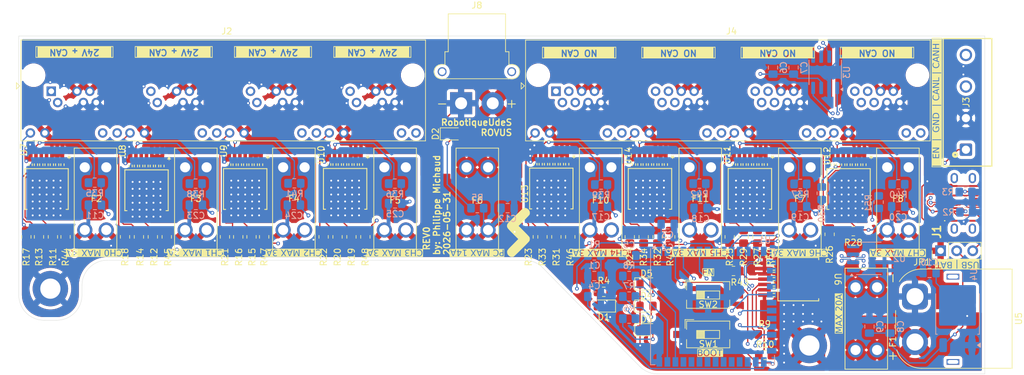
<source format=kicad_pcb>
(kicad_pcb (version 20240108) (generator "pcbnew") (generator_version "8.0")
  (layers (0 "F.Cu" signal) (1 "In1.Cu" signal) (2 "In2.Cu" signal) (31 "B.Cu" signal) (34 "B.Paste" user) (35 "F.Paste" user) (36 "B.SilkS" user "B.Silkscreen") (37 "F.SilkS" user "F.Silkscreen") (38 "B.Mask" user) (39 "F.Mask" user) (44 "Edge.Cuts" user))
  (property "AUTHOR" "Philippe Michaud")
  (property "GROUP_NAME" "RobotiqueUdeS")
  (property "REVISION" "0")
  (property "TEAM" "ROVUS")
  (net 0 "")
  (net 1 "/EN_PB")
  (net 2 "GND")
  (net 3 "+3.3V")
  (net 4 "/BOOT")
  (net 5 "Net-(JP1-C)")
  (net 6 "Net-(D1-A)")
  (net 7 "Net-(D2-A)")
  (net 8 "Net-(D3-A)")
  (net 9 "Net-(D4-A)")
  (net 10 "Net-(D5-A)")
  (net 11 "Net-(U5-+)")
  (net 12 "Net-(U6-Vcc)")
  (net 13 "/CC1")
  (net 14 "/USB_P")
  (net 15 "/CC2")
  (net 16 "/USB_N")
  (net 17 "+5V")
  (net 18 "+24V_L")
  (net 19 "/CAN_LED")
  (net 20 "/LED_BUILDIN")
  (net 21 "Net-(U6-CS)")
  (net 24 "/RXC")
  (net 31 "/TXC")
  (net 39 "/LOW_PW_EN")
  (net 40 "+24V_OUT_2")
  (net 41 "+24V_OUT_4")
  (net 42 "+24V_OUT_1")
  (net 43 "+24V_OUT_3")
  (net 44 "/SIGN_OUT_24_1")
  (net 45 "/SIGN_OUT_24_2")
  (net 46 "/SIGN_OUT_24_3")
  (net 47 "Net-(J8-+)")
  (net 48 "Net-(J2-G_L--Pad2_9)")
  (net 50 "Net-(J2-G_L--Pad3_9)")
  (net 51 "Net-(J2-G_L--Pad1_9)")
  (net 54 "Net-(J2-G_L--Pad4_9)")
  (net 60 "+24V_OUT_5")
  (net 61 "+24V_OUT_6")
  (net 63 "/SIGN_OUT_24_5")
  (net 64 "/SIGN_OUT_24_6")
  (net 67 "+24V_OUT_7")
  (net 69 "Net-(J4-G_L--Pad3_9)")
  (net 71 "+24V_OUT_8")
  (net 75 "Net-(J4-G_L--Pad1_9)")
  (net 77 "Net-(J4-G_L--Pad2_9)")
  (net 80 "Net-(J4-G_L--Pad4_9)")
  (net 87 "/SIGN_OUT_24_7")
  (net 88 "/SIGN_OUT_24_8")
  (net 89 "Net-(U6-FR_DIAG)")
  (net 97 "unconnected-(U1-IO10-Pad18)")
  (net 106 "/CAN_P")
  (net 107 "/CAN_N")
  (net 111 "Net-(U7-Vcc)")
  (net 112 "Net-(U8-Vcc)")
  (net 113 "Net-(U13-Vcc)")
  (net 114 "Net-(U7-INPUT)")
  (net 115 "Net-(U8-INPUT)")
  (net 116 "Net-(U7-CS)")
  (net 117 "Net-(U8-CS)")
  (net 118 "Net-(U13-INPUT)")
  (net 119 "Net-(U13-CS)")
  (net 120 "Net-(U7-FR_DIAG)")
  (net 121 "Net-(U8-FR_DIAG)")
  (net 122 "Net-(U13-FR_DIAG)")
  (net 123 "Net-(U6-INPUT)")
  (net 124 "Net-(U9-Vcc)")
  (net 125 "Net-(U10-Vcc)")
  (net 126 "Net-(U11-Vcc)")
  (net 127 "Net-(U12-Vcc)")
  (net 128 "Net-(U14-Vcc)")
  (net 129 "Net-(U9-INPUT)")
  (net 130 "Net-(U9-CS)")
  (net 131 "Net-(U10-INPUT)")
  (net 132 "Net-(U10-CS)")
  (net 133 "Net-(U11-INPUT)")
  (net 134 "Net-(U12-INPUT)")
  (net 135 "Net-(U11-CS)")
  (net 136 "Net-(U12-CS)")
  (net 137 "Net-(U14-INPUT)")
  (net 138 "Net-(U14-CS)")
  (net 139 "Net-(U10-FR_DIAG)")
  (net 140 "Net-(U11-FR_DIAG)")
  (net 141 "Net-(U12-FR_DIAG)")
  (net 142 "Net-(U9-FR_DIAG)")
  (net 143 "Net-(U14-FR_DIAG)")
  (net 144 "/SIGN_OUT_24_4")
  (footprint "RoverFootprint:AMASS_XT60PW-M_1x02_P7.20mm_Horizontal" (layer "F.Cu") (at 188.55 86.45 -90)
    (property "Reference" "U5")
    (property "Value" "XT60PW-M")
  )
  (footprint "Resistor_SMD:R_0805_2012Metric_Pad1.20x1.40mm_HandSolder" (layer "F.Cu") (at 68.05 77 -90)
    (property "Reference" "R12")
    (property "Value" "100k")
  )
  (footprint "RoverFootprint:OCTAPACK_VN7004_STM-M" (layer "F.Cu") (at 51.24705 69.4263 180)
    (property "Reference" "U7")
    (property "Value" "HSS-VN7004SLHTR")
  )
  (footprint "RoverFootprint:OCTAPACK_VN7004_STM-M" (layer "F.Cu") (at 146.65 69.4 180)
    (property "Reference" "U14")
    (property "Value" "HSS-VN7004SLHTR")
  )
  (footprint "Resistor_SMD:R_0805_2012Metric_Pad1.20x1.40mm_HandSolder" (layer "F.Cu") (at 65.85 77 -90)
    (property "Reference" "R14")
    (property "Value" "15k")
  )
  (footprint "Resistor_SMD:R_0805_2012Metric_Pad1.20x1.40mm_HandSolder" (layer "F.Cu") (at 63.65 77 90)
    (property "Reference" "R18")
    (property "Value" "4.7k")
  )
  (footprint "Diode_SMD:D_0805_2012Metric_Pad1.15x1.40mm_HandSolder" (layer "F.Cu") (at 139.35 87.95 180)
    (property "Reference" "D1")
    (property "Value" "R")
  )
  (footprint "Resistor_SMD:R_0805_2012Metric_Pad1.20x1.40mm_HandSolder" (layer "F.Cu") (at 95.05 77 90)
    (property "Reference" "R22")
    (property "Value" "4.7k")
  )
  (footprint "Resistor_SMD:R_0805_2012Metric_Pad1.20x1.40mm_HandSolder" (layer "F.Cu") (at 129.65 77 -90)
    (property "Reference" "R33")
    (property "Value" "15k")
  )
  (footprint "RoverFootprint:OCTAPACK_VN7004_STM-M" (layer "F.Cu") (at 82.65 69.4263 180)
    (property "Reference" "U9")
    (property "Value" "HSS-VN7004SLHTR")
  )
  (footprint "RoverFootprint:OCTAPACK_VN7004_STM-M" (layer "F.Cu") (at 67.05 69.6255 180)
    (property "Reference" "U8")
    (property "Value" "HSS-VN7004SLHTR")
  )
  (footprint "Resistor_SMD:R_0805_2012Metric_Pad1.20x1.40mm_HandSolder" (layer "F.Cu") (at 143.45 77 90)
    (property "Reference" "R24")
    (property "Value" "4.7k")
  )
  (footprint "RoverFootprint:USB4145_GCT" (layer "F.Cu") (at 196.195 71.7 90)
    (property "Reference" "J1")
    (property "Value" "USB_C_USB4145-GCT" (hide yes))
  )
  (footprint "Button_Switch_SMD:SW_DIP_SPSTx01_Slide_6.7x4.1mm_W8.61mm_P2.54mm_LowProfile" (layer "F.Cu") (at 155.85 86.2)
    (property "Reference" "SW2")
    (property "Value" "TS09-63-25-WT-160-SMT-TR")
  )
  (footprint "MountingHole:MountingHole_3.2mm_M3_DIN965_Pad_TopBottom" (layer "F.Cu") (at 51.85 85.2)
    (property "Reference" "H7" (hide yes))
    (property "Value" "MountingHole_Pad")
  )
  (footprint "Resistor_SMD:R_0805_2012Metric_Pad1.20x1.40mm_HandSolder" (layer "F.Cu") (at 83.65 77 -90)
    (property "Reference" "R15")
    (property "Value" "100k")
  )
  (footprint "Resistor_SMD:R_0805_2012Metric_Pad1.20x1.40mm_HandSolder" (layer "F.Cu") (at 178.8 76.1 180)
    (property "Reference" "R28")
    (property "Value" "100k")
  )
  (footprint "Resistor_SMD:R_0805_2012Metric_Pad1.20x1.40mm_HandSolder" (layer "F.Cu") (at 149.85 77 90)
    (property "Reference" "R49")
    (property "Value" "15k")
  )
  (footprint "Resistor_SMD:R_0805_2012Metric_Pad1.20x1.40mm_HandSolder" (layer "F.Cu") (at 134.05 77 90)
    (property "Reference" "R46")
    (property "Value" "15k")
  )
  (footprint "RoverFootprint:FUSE_3568-20" (layer "F.Cu") (at 185.85 70.95 -90)
    (property "Reference" "F8")
    (property "Value" "3A")
  )
  (footprint "Resistor_SMD:R_0805_2012Metric_Pad1.20x1.40mm_HandSolder" (layer "F.Cu") (at 159.85 82.4)
    (property "Reference" "R43")
    (property "Value" "15k")
  )
  (footprint "Resistor_SMD:R_0805_2012Metric_Pad1.20x1.40mm_HandSolder" (layer "F.Cu") (at 52.25 77 -90)
    (property "Reference" "R11")
    (property "Value" "100k")
  )
  (footprint "MountingHole:MountingHole_3.2mm_M3_DIN965_Pad_TopBottom" (layer "F.Cu") (at 171.85 94.2)
    (property "Reference" "H6" (hide yes))
    (property "Value" "MountingHole_Pad")
  )
  (footprint "Resistor_SMD:R_0805_2012Metric_Pad1.20x1.40mm_HandSolder" (layer "F.Cu") (at 131.85 77 -90)
    (property "Reference" "R31")
    (property "Value" "100k")
  )
  (footprint "Resistor_SMD:R_0805_2012Metric_Pad1.20x1.40mm_HandSolder" (layer "F.Cu") (at 99.45 77 -90)
    (property "Reference" "R19")
    (property "Value" "100k")
  )
  (footprint "Resistor_SMD:R_0805_2012Metric_Pad1.20x1.40mm_HandSolder" (layer "F.Cu") (at 54.25 77 90)
    (property "Reference" "R44")
    (property "Value" "15k")
  )
  (footprint "RoverFootprint:OCTAPACK_VN7004_STM-M" (layer "F.Cu") (at 98.45 69.4 180)
    (property "Reference" "U10")
    (property "Value" "HSS-VN7004SLHTR")
  )
  (footprint "Resistor_SMD:R_0805_2012Metric_Pad1.20x1.40mm_HandSolder" (layer "F.Cu") (at 50.05 77 -90)
    (property "Reference" "R13")
    (property "Value" "15k")
  )
  (footprint "RoverFootprint:OCTAPACK_VN7004_STM-M" (layer "F.Cu") (at 178.04705 69.4263 180)
    (property "Reference" "U12")
    (property "Value" "HSS-VN7004SLHTR")
  )
  (footprint "Connector_PinHeader_2.54mm:PinHeader_1x03_P2.54mm_Vertical" (layer "F.Cu") (at 192.6 79.2 90)
    (property "Reference" "JP1")
    (property "Value" "SolderJumper_3_Open")
  )
  (footprint "Resistor_SMD:R_0805_2012Metric_Pad1.20x1.40mm_HandSolder" (layer "F.Cu") (at 97.25 77 -90)
    (property "Reference" "R20")
    (property "Value" "15k")
  )
  (footprint "Resistor_SMD:R_0805_2012Metric_Pad1.20x1.40mm_HandSolder" (layer "F.Cu") (at 81.55 77 -90)
    (property "Reference" "R16")
    (property "Value" "15k")
  )
  (footprint "Resistor_SMD:R_0805_2012Metric_Pad1.20x1.40mm_HandSolder" (layer "F.Cu") (at 161.45 77 -90)
    (property "Reference" "R29")
    (property "Value" "15k")
  )
  (footprint "RoverFootprint:FUSE_3568-20" (layer "F.Cu") (at 106.35 70.95 -90)
    (property "Reference" "F5")
    (property "Value" "3A")
  )
  (footprint "Resistor_SMD:R_0805_2012Metric_Pad1.20x1.40mm_HandSolder" (layer "F.Cu") (at 147.85 77 -90)
    (property "Reference" "R32")
    (property "Value" "100k")
  )
  (footprint "RoverFootprint:FUSE_3568-20" (layer "F.Cu") (at 154.6 70.95 -90)
    (property "Reference" "F11")
    (property "Value" "3A")
  )
  (footprint "Diode_SMD:D_0805_2012Metric_Pad1.15x1.40mm_HandSolder" (layer "F.Cu") (at 115.35 60.7)
    (property "Reference" "D2")
    (property "Value" "R")
  )
  (footprint "Resistor_SMD:R_0805_2012Metric_Pad1.20x1.40mm_HandSolder" (layer "F.Cu") (at 85.65 77 90)
    (property "Reference" "R47")
    (property "Value" "15k")
  )
  (footprint "Resistor_SMD:R_0805_2012Metric_Pad1.20x1.40mm_HandSolder" (layer "F.Cu") (at 70.25 77 90)
    (property "Reference" "R45")
    (property "Value" "15k")
  )
  (footprint "Button_Switch_SMD:SW_DIP_SPSTx01_Slide_6.7x4.1mm_W8.61mm_P2.54mm_LowProfile" (layer "F.Cu") (at 155.85 92.45)
    (property "Reference" "SW1")
    (property "Value" "TS09-63-25-WT-160-SMT-TR")
  )
  (footprint "RoverFootprint:FUSE_3568-20" (layer "F.Cu") (at 58.988 70.95 -90)
    (property "Reference" "F2")
    (property "Value" "3A")
  )
  (footprint "RoverFootprint:FUSE_3568-20" (layer "F.Cu") (at 74.85 70.95 -90)
    (property "Reference" "F3")
    (property "Value" "3A")
  )
  (footprint "Resistor_SMD:R_0805_2012Metric_Pad1.20x1.40mm_HandSolder" (layer "F.Cu") (at 79.45 77 90)
    (property "Reference" "R21")
    (property "Value" "4.7k")
  )
  (footprint "Resistor_SMD:R_0805_2012Metric_Pad1.20x1.40mm_HandSolder" (layer "F.Cu") (at 163.65 77 -90)
    (property "Reference" "R27")
    (property "Value" "100k")
  )
  (footprint "RoverFootprint:TerminalBlock-4_P5.00mm-691137710004" (layer "F.Cu") (at 196.6 55.7 90)
    (property "Reference" "J3")
    (property "Value" "TerminalBlock")
  )
  (footprint "RoverFootprint:AMASS_XT30PW-F_1x02_P2.50mm_Horizontal" (layer "F.Cu") (at 116.786 55.85)
    (property "Reference" "J8")
    (property "Value" "XT30PW-F")
  )
  (footprint "RoverFootprint:OCTAPACK_VN7004_STM-M" (layer "F.Cu") (at 162.45 69.4 180)
    (property "Reference" "U11")
    (property "Value" "HSS-VN7004SLHTR")
  )
  (footprint "LOGO" (layer "F.Cu") (at 126.010877 76.535502 180)
    (property "Reference" "G***" (hide yes))
    (property "Value" "LOGO" (hide yes))
  )
  (footprint "RoverFootprint:OCTAPACK_VN7004_STM-M" (layer "F.Cu") (at 131.05 69.3467 180)
    (property "Reference" "U13")
    (property "Value" "HSS-VN7004SLHTR")
  )
  (footprint "RoverFootprint:ETH-RJHSE508104" (layer "F.Cu") (at 78.988 53.95)
    (property "Reference" "J2")
    (property "Value" "ETH-RJHSE508104")
  )
  (footprint "RoverFootprint:ETH-RJHSE508104" (layer "F.Cu") (at 158.786 53.95)
    (property "Reference" "J4")
    (property "Value" "ETH-RJHSE508104")
  )
  (footprint "Resistor_SMD:R_0805_2012Metric_Pad1.20x1.40mm_HandSolder" (layer "F.Cu") (at 48.05 77 90)
    (property "Reference" "R17")
    (property "Value" "4.7k")
  )
  (footprint "Resistor_SMD:R_0805_2012Metric_Pad1.20x1.40mm_HandSolder" (layer "F.Cu") (at 101.65 77 90)
    (property "Reference" "R48")
    (property "Value" "15k")
  )
  (footprint "RoverFootprint:FUSE_3568-20" (layer "F.Cu") (at 90.35 70.95 -90)
    (property "Reference" "F4")
    (property "Value" "3A")
  )
  (footprint "Resistor_SMD:R_0805_2012Metric_Pad1.20x1.40mm_HandSolder" (layer "F.Cu") (at 139.35 85.7 180)
    (property "Reference" "R4")
    (property "Value" "1k")
  )
  (footprint "Diode_SMD:D_0805_2012Metric_Pad1.15x1.40mm_HandSolder" (layer "F.Cu") (at 146.1 91.7)
    (property "Reference" "D3")
    (property "Value" "G")
  )
  (footprint "Resistor_SMD:R_0805_2012Metric_Pad1.20x1.40mm_HandSolder" (layer "F.Cu") (at 145.65 77 -90)
    (property "Reference" "R34")
    (property "Value" "15k")
  )
  (footprint "Resistor_SMD:R_0805_2012Metric_Pad1.20x1.40mm_HandSolder" (layer "F.Cu") (at 165.65 77 90)
    (property "Reference" "R50")
    (property "Value" "15k")
  )
  (footprint "RoverFootprint:FUSE_3568-20" (layer "F.Cu") (at 180.85 89.95 -90)
    (property "Reference" "F1")
    (property "Value" "20A")
  )
  (footprint "RoverFootprint:OCTAPACK_VN7004_STM-M" (layer "F.Cu") (at 170.1 83.7 -90)
    (property "Reference" "U6")
    (property "Value" "HSS-VN7004SLHTR")
  )
  (footprint "Resistor_SMD:R_0805_2012Metric_Pad1.20x1.40mm_HandSolder" (layer "F.Cu") (at 164.7745 92.45)
    (property "Reference" "R9")
    (property "Value" "15k")
  )
  (footprint "Diode_SMD:D_0805_2012Metric_Pad1.15x1.40mm_HandSolder" (layer "F.Cu") (at 146.1 87.95)
    (property "Reference" "D4")
    (property "Value" "B")
  )
  (footprint "Resistor_SMD:R_0805_2012Metric_Pad1.20x1.40mm_HandSolder" (layer "F.Cu") (at 127.45 77 90)
    (property "Reference" "R23")
    (property "Value" "4.7k")
  )
  (footprint "Resistor_SMD:R_0805_2012Metric_Pad1.20x1.40mm_HandSolder" (layer "F.Cu") (at 159.25 77 90)
    (property "Reference" "R25")
    (property "Value" "4.7k")
  )
  (footprint "RoverFootprint:FUSE_3568-20" (layer "F.Cu") (at 119.35 70.95 -90)
    (property "Reference" "F6")
    (property "Value" "3A")
  )
  (footprint "RoverFootprint:FUSE_3568-20" (layer "F.Cu") (at 170.35 70.95 -90)
    (property "Reference" "F7")
    (property "Value" "3A")
  )
  (footprint "Resistor_SMD:R_0805_2012Metric_Pad1.20x1.40mm_HandSolder" (layer "F.Cu") (at 164.85 95.7)
    (property "Reference" "R10")
    (property "Value" "15k")
  )
  (footprint "Resistor_SMD:R_0805_2012Metric_Pad1.20x1.40mm_HandSolder" (layer "F.Cu") (at 175.05 76.6 90)
    (property "Reference" "R26")
    (property "Value" "4.7k")
  )
  (footprint "Diode_SMD:D_0805_2012Metric_Pad1.15x1.40mm_HandSolder" (layer "F.Cu") (at 146.1 84.45)
    (property "Reference" "D5")
    (property "Value" "B")
  )
  (footprint "RoverFootprint:FUSE_3568-20" (layer "F.Cu") (at 138.85 70.95 -90)
    (property "Reference" "F10")
    (property "Value" "3A")
  )
  (footprint "Resistor_SMD:R_0805_2012Metric_Pad1.20x1.40mm_HandSolder" (layer "B.Cu") (at 138.925 68.725)
    (property "Reference" "R39")
    (property "Value" "15k")
  )
  (footprint "Package_SO:SOIC-8_3.9x4.9mm_P1.27mm" (layer "B.Cu") (at 174.35 50.95 90)
    (property "Reference" "U3")
    (property "Value" "SN65HVD232")
  )
  (footprint "Resistor_SMD:R_0805_2012Metric_Pad1.20x1.40mm_HandSolder" (layer "B.Cu") (at 182.8 71.5 -90)
    (property "Reference" "R51")
    (property "Value" "15k")
  )
  (footprint "Resistor_SMD:R_0805_2012Metric_Pad1.20x1.40mm_HandSolder" (layer "B.Cu") (at 58.875 68.425)
    (property "Reference" "R35")
    (property "Value" "15k")
  )
  (footprint "Resistor_SMD:R_0805_2012Metric_Pad1.20x1.40mm_HandSolder" (layer "B.Cu") (at 185.925 68.675)
    (property "Reference" "R40")
    (property "Value" "15k")
  )
  (footprint "Capacitor_SMD:C_0805_2012Metric_Pad1.18x1.45mm_HandSolder" (layer "B.Cu") (at 74.85 71.95)
    (property "Reference" "C23")
    (property "Value" "10uF")
  )
  (footprint "Capacitor_SMD:C_0805_2012Metric_Pad1.18x1.45mm_HandSolder" (layer "B.Cu") (at 90.35 71.95)
    (property "Reference" "C24")
    (property "Value" "10uF")
  )
  (footprint "Capacitor_SMD:C_0805_2012Metric_Pad1.18x1.45mm_HandSolder" (layer "B.Cu") (at 124.1375 72.45)
    (property "Reference" "C12")
    (property "Value" "10uF")
  )
  (footprint "Resistor_SMD:R_0805_2012Metric_Pad1.20x1.40mm_HandSolder" (layer "B.Cu") (at 170.425 68.625)
    (property "Reference" "R37")
    (property "Value" "15k")
  )
  (footprint "Resistor_SMD:R_0805_2012Metric_Pad1.20x1.40mm_HandSolder" (layer "B.Cu") (at 106.325 68.575)
    (property "Reference" "R36")
    (property "Value" "15k")
  )
  (footprint "Resistor_SMD:R_0805_2012Metric_Pad1.20x1.40mm_HandSolder" (layer "B.Cu") (at 143.35 86.45 180)
    (property "Reference" "R7")
    (property "Value" "1k")
  )
  (footprint "Resistor_SMD:R_0805_2012Metric_Pad1.20x1.40mm_HandSolder" (layer "B.Cu") (at 137.85 79.95)
    (property "Reference" "R1")
    (property "Value" "10k")
  )
  (footprint "Resistor_SMD:R_0805_2012Metric_Pad1.20x1.40mm_HandSolder" (layer "B.Cu") (at 196.55 69.9)
    (property "Reference" "R3")
    (property "Value" "4.7k")
  )
  (footprint "Capacitor_SMD:C_0805_2012Metric_Pad1.18x1.45mm_HandSolder" (layer "B.Cu") (at 138.8875 72.2)
    (property "Reference" "C17")
    (property "Value" "10uF")
  )
  (footprint "Capacitor_SMD:C_0805_2012Metric_Pad1.18x1.45mm_HandSolder" (layer "B.Cu") (at 169.35 50.2 90)
    (property "Reference" "C7")
    (property "Value" "100nF")
  )
  (footprint "Capacitor_SMD:C_0805_2012Metric_Pad1.18x1.45mm_HandSolder" (layer "B.Cu") (at 143.35 79.95 180)
    (property "Reference" "C5")
    (property "Value" "100nF")
  )
  (footprint "Capacitor_SMD:C_0805_2012Metric_Pad1.18x1.45mm_HandSolder" (layer "B.Cu") (at 154.6375 72.45)
    (property "Reference" "C18")
    (property "Value" "10uF")
  )
  (footprint "Capacitor_SMD:C_0805_2012Metric_Pad1.18x1.45mm_HandSolder" (layer "B.Cu") (at 181.35 91.2 90)
    (property "Reference" "C9")
    (property "Value" "10uF")
  )
  (footprint "Capacitor_SMD:C_0805_2012Metric_Pad1.18x1.45mm_HandSolder" (layer "B.Cu") (at 137.85 86.45 180)
    (property "Reference" "C4")
    (property "Value" "100nF")
  )
  (footprint "Resistor_SMD:R_0805_2012Metric_Pad1.20x1.40mm_HandSolder" (layer "B.Cu") (at 154.475 68.575)
    (property "Reference" "R42")
    (property "Value" "15k")
  )
  (footprint "Capacitor_SMD:C_0805_2012Metric_Pad1.18x1.45mm_HandSolder" (layer "B.Cu") (at 185.8875 72.2)
    (property "Reference" "C20")
    (property "Value" "10uF")
  )
  (footprint "Capacitor_SMD:C_0805_2012Metric_Pad1.18x1.45mm_HandSolder" (layer "B.Cu") (at 190.85 82.7 180)
    (property "Reference" "C10")
    (property "Value" "10uF")
  )
  (footprint "Capacitor_SMD:C_0805_2012Metric_Pad1.18x1.45mm_HandSolder" (layer "B.Cu") (at 106.35 71.7)
    (property "Reference" "C25")
    (property "Value" "10uF")
  )
  (footprint "Capacitor_SMD:C_0805_2012Metric_Pad1.18x1.45mm_HandSolder" (layer "B.Cu") (at 170.3875 72.2)
    (property "Reference" "C19")
    (property "Value" "10uF")
  )
  (footprint "Capacitor_SMD:C_0805_2012Metric_Pad1.18x1.45mm_HandSolder" (layer "B.Cu") (at 166.1 50.2 90)
    (property "Reference" "C6")
    (property "Value" "10uF")
  )
  (footprint "Resistor_SMD:R_0805_2012Metric_Pad1.20x1.40mm_HandSolder" (layer "B.Cu") (at 196.65 73.1)
    (property "Reference" "R2")
    (property "Value" "4.7k")
  )
  (footprint "Package_TO_SOT_SMD:TO-252-2" (layer "B.Cu") (at 195.2775 89.11 90)
    (property "Reference" "U4")
    (property "Value" "TLE4284DV33ATMA1")
  )
  (footprint "Resistor_SMD:R_0805_2012Metric_Pad1.20x1.40mm_HandSolder" (layer "B.Cu") (at 74.825 68.575)
    (property "Reference" "R38")
    (property "Value" "15k")
  )
  (footprint "Resistor_SMD:R_0805_2012Metric_Pad1.20x1.40mm_HandSolder" (layer "B.Cu") (at 90.425 68.525)
    (property "Reference" "R41")
    (property "Value" "15k")
  )
  (footprint "Capacitor_SMD:C_0805_2012Metric_Pad1.18x1.45mm_HandSolder" (layer "B.Cu") (at 184.6 91.2 90)
    (property "Reference" "C8")
    (property "Value" "100nF")
  )
  (footprint "RF_Module:ESP32-S3-WROOM-1U" (layer "B.Cu") (at 156.54 88.05 -90)
    (property "Reference" "U1")
    (property "Value" "ESP32-S3-WROVER")
  )
  (footprint "Capacitor_SMD:C_0805_2012Metric_Pad1.18x1.45mm_HandSolder" (layer "B.Cu") (at 137.85 83.2 180)
    (property "Reference" "C1")
    (property "Value" "1uF")
  )
  (footprint "Resistor_SMD:R_0805_2012Metric_Pad1.20x1.40mm_HandSolder" (layer "B.Cu") (at 143.35 89.95 180)
    (property "Reference" "R6")
    (property "Value" "1k")
  )
  (footprint "Capacitor_SMD:C_0805_2012Metric_Pad1.18x1.45mm_HandSolder" (layer "B.Cu") (at 149.45 77)
    (property "Reference" "C2")
    (property "Value" "22uF")
  )
  (footprint "Capacitor_SMD:C_0805_2012Metric_Pad1.18x1.45mm_HandSolder" (layer "B.Cu") (at 149.45 75)
    (property "Reference" "C3")
    (property "Value" "100nF")
  )
  (footprint "Package_SO:SOIC-8_3.9x4.9mm_P1.27mm" (layer "B.Cu") (at 181.25 80.4)
    (property "Reference" "U2")
    (property "Value" "TVS-SMDB03CE3")
  )
  (footprint "Resistor_SMD:R_0805_2012Metric_Pad1.20x1.40mm_HandSolder" (layer "B.Cu") (at 143.35 83.2 180)
    (property "Reference" "R8")
    (property "Value" "1k")
  )
  (footprint "Resistor_SMD:R_0805_2012Metric_Pad1.20x1.40mm_HandSolder" (layer "B.Cu") (at 173.8 70.1 -90)
    (property "Reference" "R30")
    (property "Value" "15k")
  )
  (footprint "Capacitor_SMD:C_0805_2012Metric_Pad1.18x1.45mm_HandSolder" (layer "B.Cu") (at 58.8875 71.95)
    (property "Reference" "C11")
    (property "Value" "10uF")
  )
  (footprint "Resistor_SMD:R_0805_2012Metric_Pad1.20x1.40mm_HandSolder" (layer "B.Cu") (at 119.35 72.45 180)
    (property "Reference" "R5")
    (property "Value" "4.7k")
  )
  (gr_arc (start 50.85 90.2) (mid 48.021573 89.028427) (end 46.85 86.2) (stroke (width 0.05)) (layer "Edge.Cuts"))
  (gr_line (start 199.6 98.7) (end 147.880734 98.7) (stroke (width 0.05)) (layer "Edge.Cuts"))
  (gr_arc (start 56.85 84.7) (mid 58.021573 81.871573) (end 60.85 80.7) (stroke (width 0.05)) (layer "Edge.Cuts"))
  (gr_line (start 145.052307 97.528427) (end 129.678427 81.871573) (stroke (width 0.05)) (layer "Edge.Cuts"))
  (gr_line (start 46.85 86.2) (end 46.85 45.2) (stroke (width 0.05)) (layer "Edge.Cuts"))
  (gr_arc (start 56.85 86.2) (mid 55.678427 89.028427) (end 52.85 90.2) (stroke (width 0.05)) (layer "Edge.Cuts"))
  (gr_line (start 126.85 80.7) (end 60.85 80.7) (stroke (width 0.05)) (layer "Edge.Cuts"))
  (gr_arc (start 147.880734 98.7) (mid 146.349993 98.395529) (end 145.052307 97.528427) (stroke (width 0.05)) (layer "Edge.Cuts"))
  (gr_line (start 46.85 45.2) (end 199.6 45.2) (stroke (width 0.05)) (layer "Edge.Cuts"))
  (gr_arc (start 126.85 80.7) (mid 128.380734 81.004482) (end 129.678427 81.871573) (stroke (width 0.05)) (layer "Edge.Cuts"))
  (gr_line (start 199.6 45.2) (end 199.6 98.7) (stroke (width 0.05)) (layer "Edge.Cuts"))
  (gr_line (start 56.85 84.7) (end 56.85 86.2) (stroke (width 0.05)) (layer "Edge.Cuts"))
  (gr_line (start 50.85 90.2) (end 52.85 90.2) (stroke (width 0.05)) (layer "Edge.Cuts"))
  (gr_text "|  24V_{ + }CAN  |" (at 87.05 47.8 180) (layer "F.SilkS" knockout) (effects (font (size 1 1) (thickness 0.2) (bold yes))))
  (gr_text "CH7 MAX 3A" (at 185.85 79.45 180) (layer "F.SilkS" knockout) (effects (font (size 1 1) (thickness 0.1))))
  (gr_text "|   NO CAN   |" (at 166.85 47.9 180) (layer "F.SilkS" knockout) (effects (font (size 1 1) (thickness 0.2) (bold yes))))
  (gr_text "USB | BAT" (at 195.275 81.375 180) (layer "F.SilkS" knockout) (effects (font (size 1 1) (thickness 0.1))))
  (gr_text "|  24V_{ + }CAN  |" (at 71.35 47.8 180) (layer "F.SilkS" knockout) (effects (font (size 1 1) (thickness 0.2) (bold yes))))
  (gr_text "|  24V_{ + }CAN  |" (at 55.65 47.8 180) (layer "F.SilkS" knockout) (effects (font (size 1 1) (thickness 0.2) (bold yes))))
  (gr_text "CH1 MAX 2A" (at 74.85 79.45 180) (layer "F.SilkS" knockout) (effects (font (size 1 1) (thickness 0.1))))
  (gr_text "|   NO CAN   |" (at 135.45 47.9 180) (layer "F.SilkS" knockout) (effects (font (size 1 1) (thickness 0.2) (bold yes))))
  (gr_text "CH0 MAX 3A" (at 58.85 79.45 180) (layer "F.SilkS" knockout) (effects (font (size 1 1) (thickness 0.1))))
  (gr_text "CH4 MAX 3A" (at 138.85 79.45 180) (layer "F.SilkS" knockout) (effects (font (size 1 1) (thickness 0.1))))
  (gr_text "|  EN  |  GND  | CANL | CANH |" (at 191.95 55.725 90) (layer "F.SilkS" knockout) (effects (font (size 1 1) (thickness 0.1))))
  (gr_text "PC MAX 14A" (at 119.35 79.45 180) (layer "F.SilkS" knockout) (effects (font (size 1 1) (thickness 0.1))))
  (gr_text "|   NO CAN   |" (at 182.55 47.9 180) (layer "F.SilkS" knockout) (effects (font (size 1 1) (thickness 0.2) (bold yes))))
  (gr_text "BOOT" (at 156.1 95.45 0) (layer "F.SilkS" knockout) (effects (font (size 1 1) (thickness 0.1))))
  (gr_text "MAX 20A" (at 176.6 89.2 90) (layer "F.SilkS" knockout) (effects (font (size 1 1) (thickness 0.1))))
  (gr_text "${PROJECTNAME} REV${REVISION}\nby: ${AUTHOR}\n${CURRENT_DATE}" (at 110.75 80 90) (layer "F.SilkS") (effects (font (size 1 1) (thickness 0.2) (bold yes)) (justify left top)))
  (gr_text "|   NO CAN   |" (at 151.15 47.9 180) (layer "F.SilkS" knockout) (effects (font (size 1 1) (thickness 0.2) (bold yes))))
  (gr_text "CH6 MAX 3A" (at 170.35 79.45 180) (layer "F.SilkS" knockout) (effects (font (size 1 1) (thickness 0.1))))
  (gr_text "CH2 MAX 3A" (at 90.35 79.45 180) (layer "F.SilkS" knockout) (effects (font (size 1 1) (thickness 0.1))))
  (gr_text "CH3 MAX 3A" (at 106.35 79.45 180) (layer "F.SilkS" knockout) (effects (font (size 1 1) (thickness 0.1))))
  (gr_text "EN" (at 155.85 82.7 0) (layer "F.SilkS" knockout) (effects (font (size 1 1) (thickness 0.1))))
  (gr_text "CH5 MAX 3A" (at 154.6 79.45 180) (layer "F.SilkS" knockout) (effects (font (size 1 1) (thickness 0.1))))
  (gr_text "${GROUP_NAME}\n${TEAM}" (at 124.95 58.3 0) (layer "F.SilkS") (effects (font (size 1 1) (thickness 0.2) (bold yes)) (justify right top)))
  (gr_text "|  24V_{ + }CAN  |" (at 102.75 47.8 180) (layer "F.SilkS" knockout) (effects (font (size 1 1) (thickness 0.2) (bold yes))))
  (segment (start 158.155 84.2) (end 160.155 86.2) (width 0.2) (layer "F.Cu") (net 1))
  (segment (start 151.85 84.2) (end 158.155 84.2) (width 0.2) (layer "F.Cu") (net 1))
  (segment (start 151.6 84.45) (end 151.85 84.2) (width 0.2) (layer "F.Cu") (net 1))
  (via (at 151.6 84.45) (size 0.6) (drill 0.3) (layers "F.Cu" "B.Cu") (net 1))
  (segment (start 143.3375 80.975) (end 149.575 80.975) (width 0.2) (layer "B.Cu") (net 1))
  (segment (start 142.3125 80.4125) (end 142.3125 79.95) (width 0.2) (layer "B.Cu") (net 1))
  (segment (start 142.3125 79.95) (end 143.3375 80.975) (width 0.2) (layer "B.Cu") (net 1))
  (segment (start 149.575 80.975) (end 150.67 79.88) (width 0.2) (layer "B.Cu") (net 1))
  (segment (start 150.67 79.88) (end 150.67 79.3) (width 0.2) (layer "B.Cu") (net 1))
  (segment (start 150.67 83.52) (end 150.67 79.3) (width 0.2) (layer "B.Cu") (net 1))
  (segment (start 138.8875 79.9875) (end 138.85 79.95) (width 0.2) (layer "B.Cu") (net 1))
  (segment (start 151.6 84.45) (end 150.67 83.52) (width 0.2) (layer "B.Cu") (net 1))
  (segment (start 138.85 79.95) (end 142.3125 79.95) (width 0.2) (layer "B.Cu") (net 1))
  (segment (start 138.8875 83.2) (end 138.8875 79.9875) (width 0.2) (layer "B.Cu") (net 1))
  (segment (start 79.36755 63.118975) (end 79.36755 65.118975) (width 0.6) (layer "F.Cu") (net 2))
  (segment (start 63.708775 65.341225) (end 64.391225 64.658775) (width 0.6) (layer "F.Cu") (net 2))
  (segment (start 145.075 87.95) (end 145.075 91.7) (width 0.2) (layer "F.Cu") (net 2))
  (segment (start 95.05 78) (end 99.45 78) (width 0.2) (layer "F.Cu") (net 2))
  (segment (start 142.7 78.2) (end 141.85 77.35) (width 0.2) (layer "F.Cu") (net 2))
  (segment (start 95.16755 65.118975) (end 95.85 64.436525) (width 0.6) (layer "F.Cu") (net 2))
  (segment (start 191 68.7) (end 194.29 68.7) (width 0.2) (layer "F.Cu") (net 2))
  (segment (start 154.45 86.55) (end 155.85 86.55) (width 0.2) (layer "F.Cu") (net 2))
  (segment (start 143.36755 65.118975) (end 144.05 64.436525) (width 0.6) (layer "F.Cu") (net 2))
  (segment (start 64.391225 62.823675) (end 64.308775 62.741225) (width 0.6) (layer "F.Cu") (net 2))
  (segment (start 95.85 64.198575) (end 95.85 62.601425) (width 0.6) (layer "F.Cu") (net 2))
  (segment (start 64.391225 64.420825) (end 64.391225 62.823675) (width 0.6) (layer "F.Cu") (net 2))
  (segment (start 79.45 78) (end 83.65 78) (width 0.2) (layer "F.Cu") (net 2))
  (segment (start 189.65 69.05) (end 190.5 68.2) (width 0.2) (layer "F.Cu") (net 2))
  (segment (start 127.76755 63.118975) (end 127.76755 65.118975) (width 0.6) (layer "F.Cu") (net 2))
  (segment (start 140.35 87.975) (end 140.375 87.95) (width 0.2) (layer "F.Cu") (net 2))
  (segment (start 79.36755 65.118975) (end 80.05 64.436525) (width 0.6) (layer "F.Cu") (net 2))
  (segment (start 128.45 64.198575) (end 128.45 62.601425) (width 0.6) (layer "F.Cu") (net 2))
  (segment (start 144.05 64.436525) (end 144.05 64.198575) (width 0.6) (layer "F.Cu") (net 2))
  (segment (start 190.85 75.2) (end 189.65 74) (width 0.2) (layer "F.Cu") (net 2))
  (segment (start 194.54 74.45) (end 193.31 74.45) (width 0.2) (layer "F.Cu") (net 2))
  (segment (start 80.05 62.601425) (end 79.96755 62.518975) (width 0.6) (layer "F.Cu") (net 2))
  (segment (start 95.85 62.601425) (end 95.76755 62.518975) (width 0.6) (layer "F.Cu") (net 2))
  (segment (start 173.65 77.6) (end 175.05 77.6) (width 0.2) (layer "F.Cu") (net 2))
  (segment (start 63.65 78.2) (end 61.65 78.2) (width 0.2) (layer "F.Cu") (net 2))
  (segment (start 192.56 75.2) (end 190.85 75.2) (width 0.2) (layer "F.Cu") (net 2))
  (segment (start 143.25 78.2) (end 142.7 78.2) (width 0.2) (layer "F.Cu") (net 2))
  (segment (start 159.85 62.601425) (end 159.76755 62.518975) (width 0.6) (layer "F.Cu") (net 2))
  (segment (start 128.36755 62.518975) (end 127.76755 63.118975) (width 0.6) (layer "F.Cu") (net 2))
  (segment (start 140.35 89.7) (end 140.35 87.975) (width 0.2) (layer "F.Cu") (net 2))
  (segment (start 176.55 76.1) (end 177.8 76.1) (width 0.2) (layer "F.Cu") (net 2))
  (segment (start 127.25 78.4) (end 131.65 78.4) (width 0.2) (layer "F.Cu") (net 2))
  (segment (start 159.76755 62.518975) (end 159.16755 63.118975) (width 0.6) (layer "F.Cu") (net 2))
  (segment (start 175.45 64.636525) (end 175.45 64.398575) (width 0.6) (layer "F.Cu") (net 2))
  (segment (start 64.391225 64.658775) (end 64.391225 64.420825) (width 0.6) (layer "F.Cu") (net 2))
  (segment (start 48.73245 64.31755) (end 48.73245 64.0796) (width 0.6) (layer "F.Cu") (net 2))
  (segment (start 48.05 65) (end 48.73245 64.31755) (width 0.6) (layer "F.Cu") (net 2))
  (segment (start 64.308775 62.741225) (end 63.708775 63.341225) (width 0.6) (layer "F.Cu") (net 2))
  (segment (start 175.45 64.398575) (end 175.45 62.801425) (width 0.6) (layer "F.Cu") (net 2))
  (segment (start 94 78) (end 93.45 77.45) (width 0.2) (layer "F.Cu") (net 2))
  (segment (start 61.65 78.2) (end 61.45 78.4) (width 0.2) (layer "F.Cu") (net 2))
  (segment (start 151.545 86.2) (end 154.1 86.2) (width 0.2) (layer "F.Cu") (net 2))
  (segment (start 95.16755 63.118975) (end 95.16755 65.118975) (width 0.6) (layer "F.Cu") (net 2))
  (segment (start 125.25 76.4) (end 127.25 78.4) (width 0.2) (layer "F.Cu") (net 2))
  (segment (start 95.76755 62.518975) (end 95.16755 63.118975) (width 0.6) (layer "F.Cu") (net 2))
  (segment (start 151.6 93.95) (end 151.545 93.895) (width 0.2) (layer "F.Cu") (net 2))
  (segment (start 144.05 64.198575) (end 144.05 62.601425) (width 0.6) (layer "F.Cu") (net 2))
  (segment (start 143.96755 62.518975) (end 143.36755 63.118975) (width 0.6) (layer "F.Cu") (net 2))
  (segment (start 174.76755 63.318975) (end 174.76755 65.318975) (width 0.6) (layer "F.Cu") (net 2))
  (segment (start 114.325 60.7) (end 114.325 58.311) (width 0.2) (layer "F.Cu") (net 2))
  (segment (start 194.29 68.7) (end 194.54 68.95) (width 0.2) (layer "F.Cu") (net 2))
  (segment (start 159.16755 65.118975) (end 159.85 64.436525) (width 0.6) (layer "F.Cu") (net 2))
  (segment (start 147.85 78) (end 145.65 78) (width 0.2) (layer "F.Cu") (net 2))
  (segment (start 79.45 78) (end 78.25 78) (width 0.2) (layer "F.Cu") (net 2))
  (segment (start 175.36755 62.718975) (end 174.76755 63.318975) (width 0.6) (layer "F.Cu") (net 2))
  (segment (start 95.05 78) (end 94 78) (width 0.2) (layer "F.Cu") (net 2))
  (segment (start 175.45 62.801425) (end 175.36755 62.718975) (width 0.6) (layer "F.Cu") (net 2))
  (segment (start 144.05 62.601425) (end 143.96755 62.518975) (width 0.6) (layer "F.Cu") (net 2))
  (segment (start 48.05 78.4) (end 52.25 78.4) (width 0.2) (layer "F.Cu") (net 2))
  (segment (start 95.85 64.436525) (end 95.85 64.198575) (width 0.6) (layer "F.Cu") (net 2))
  (segment (start 190.5 68.2) (end 191 68.7) (width 0.2) (layer "F.Cu") (net 2))
  (segment (start 174.76755 65.318975) (end 175.45 64.636525) (width 0.6) (layer "F.Cu") (net 2))
  (segment (start 79.96755 62.518975) (end 79.36755 63.118975) (width 0.6) (layer "F.Cu") (net 2))
  (segment (start 194.54 68.95) (end 197.85 68.95) (width 0.2) (layer "F.Cu") (net 2))
  (segment (start 80.05 64.198575) (end 80.05 62.601425) (width 0.6) (layer "F.Cu") (net 2))
  (segment (start 52.25 79.6) (end 53.25 80.6) (width 0.2) (layer "F.Cu") (net 2))
  (segment (start 175.05 77.6) (end 176.55 76.1) (width 0.2) (layer "F.Cu") (net 2))
  (segment (start 159.85 64.198575) (end 159.85 62.601425) (width 0.6) (layer "F.Cu") (net 2))
  (segment (start 78.25 78) (end 77.85 77.6) (width 0.2) (layer "F.Cu") (net 2))
  (segment (start 48.65 62.4) (end 48.05 63) (width 0.6) (layer "F.Cu") (net 2))
  (segment (start 159.16755 63.118975) (end 159.16755 65.118975) (width 0.6) (layer "F.Cu") (net 2))
  (segment (start 114.325 58.311) (end 116.786 55.85) (width 0.2) (layer "F.Cu") (net 2))
  (segment (start 154.1 86.2) (end 154.45 86.55) (width 0.2) (layer "F.Cu") (net 2))
  (segment (start 127.76755 65.118975) (end 128.45 64.436525) (width 0.6) (layer "F.Cu") (net 2))
  (segment (start 48.73245 62.48245) (end 48.65 62.4) (width 0.6) (layer "F.Cu") (net 2))
  (segment (start 163.65 78) (end 159.25 78) (width 0.2) (layer "F.Cu") (net 2))
  (segment (start 159.25 78) (end 157.65 78) (width 0.2) (layer "F.Cu") (net 2))
  (segment (start 151.545 93.895) (end 151.545 92.45) (width 0.2) (layer "F.Cu") (net 2))
  (segment (start 63.65 78.2) (end 68.05 78.2) (width 0.2) (layer "F.Cu") (net 2))
  (segment (start 63.708775 63.341225) (end 63.708775 65.341225) (width 0.6) (layer "F.Cu") (net 2))
  (segment (start 48.05 63) (end 48.05 65) (width 0.6) (layer "F.Cu") (net 2))
  (segment (start 145.65 78) (end 143.45 78) (width 0.2) (layer "F.Cu") (net 2))
  (segment (start 143.36755 63.118975) (end 143.36755 65.118975) (width 0.6) (layer "F.Cu") (net 2))
  (segment (start 145.075 91.7) (end 145.075 94.175) (width 0.2) (layer "F.Cu") (net 2))
  (segment (start 145.075 84.45) (end 145.075 87.95) (width 0.2) (layer "F.Cu") (net 2))
  (segment (start 125.25 76.2) (end 125.25 76.4) (width 0.2) (layer "F.Cu") (net 2))
  (segment (start 80.05 64.436525) (end 80.05 64.198575) (width 0.6) (layer "F.Cu") (net 2))
  (segment (start 128.45 64.436525) (end 128.45 64.198575) (width 0.6) (layer "F.Cu") (net 2))
  (segment (start 52.25 78.4) (end 52.25 79.6) (width 0.2) (layer "F.Cu") (net 2))
  (segment (start 193.31 74.45) (end 192.56 75.2) (width 0.2) (layer "F.Cu") (net 2))
  (segment (start 143.45 78) (end 143.25 78.2) (width 0.2) (layer "F.Cu") (net 2))
  (segment (start 128.45 62.601425) (end 128.36755 62.518975) (width 0.6) (layer "F.Cu") (net 2))
  (segment (start 145.075 94.175) (end 145.1 94.2) (width 0.2) (layer "F.Cu") (net 2))
  (segment (start 159.85 64.436525) (end 159.85 64.198575) (width 0.6) (layer "F.Cu") (net 2))
  (segment (start 48.73245 64.0796) (end 48.73245 62.48245) (width 0.6) (layer "F.Cu") (net 2))
  (segment (start 172.85 78.4) (end 173.65 77.6) (width 0.2) (layer "F.Cu") (net 2))
  (segment (start 197.85 74.45) (end 194.54 74.45) (width 0.2) (layer "F.Cu") (net 2))
  (segment (start 189.65 74) (end 189.65 69.05) (width 0.2) (layer "F.Cu") (net 2))
  (via (at 48.65 62.4) (size 0.6) (drill 0.3) (layers "F.Cu" "B.Cu") (net 2))
  (via (at 157.25 72.6) (size 0.6) (drill 0.3) (layers "F.Cu" "B.Cu") (net 2))
  (via (at 48.05 65) (size 0.6) (drill 0.3) (layers "F.Cu" "B.Cu") (net 2))
  (via (at 79.308775 64.17775) (size 0.6) (drill 0.3) (layers "F.Cu" "B.Cu") (net 2))
  (via (at 128.36755 62.518975) (size 0.6) (drill 0.3) (layers "F.Cu" "B.Cu") (net 2))
  (via (at 196.25 74.6) (size 0.6) (drill 0.3) (layers "F.Cu" "B.Cu") (net 2))
  (via (at 167.85 95.5) (size 0.6) (drill 0.3) (layers "F.Cu" "B.Cu") (net 2))
  (via (at 172.35 89.2) (size 0.6) (drill 0.3) (layers "F.Cu" "B.Cu") (net 2))
  (via (at 175.36755 62.718975) (size 0.6) (drill 0.3) (layers "F.Cu" "B.Cu") (net 2))
  (via (at 70.284248 53.098193) (size 0.6) (drill 0.3) (layers "F.Cu" "B.Cu") (net 2))
  (via (at 167.85 90.4) (size 0.6) (drill 0.3) (layers "F.Cu" "B.Cu") (net 2))
  (via (at 125.25 76.2) (size 0.6) (drill 0.3) (layers "F.Cu" "B.Cu") (net 2))
  (via (at 169.35 89.2) (size 0.6) (drill 0.3) (layers "F.Cu" "B.Cu") (net 2))
  (via (at 67.357209 55.8321) (size 0.6) (drill 0.3) (layers "F.Cu" "B.Cu") (net 2))
  (via (at 175.513653 58.310711) (size 0.6) (drill 0.3) (layers "F.Cu" "B.Cu") (net 2))
  (via (at 127.76755 65.118975) (size 0.6) (drill 0.3) (layers "F.Cu" "B.Cu") (net 2))
  (via (at 95.108775 64.17775) (size 0.6) (drill 0.3) (layers "F.Cu" "B.Cu") (net 2))
  (via (at 83.29551 52.563293) (size 0.6) (drill 0.3) (layers "F.Cu" "B.Cu") (net 2))
  (via (at 170.85 87.8) (size 0.6) (drill 0.3) (layers "F.Cu" "B.Cu") (net 2))
  (via (at 63.65 63.4) (size 0.6) (drill 0.3) (layers "F.Cu" "B.Cu") (net 2))
  (via (at 167.85 89.2) (size 0.6) (drill 0.3) (layers "F.Cu" "B.Cu") (net 2))
  (via (at 108.65 71.4) (size 0.6) (drill 0.3) (layers "F.Cu" "B.Cu") (net 2))
  (via (at 174.708775 64.37775) (size 0.6) (drill 0.3) (layers "F.Cu" "B.Cu") (net 2))
  (via (at 85.22005 52.863745) (size 0.6) (drill 0.3) (layers "F.Cu" "B.Cu") (net 2))
  (via (at 151.45 77.6) (size 0.6) (drill 0.3) (layers "F.Cu" "B.Cu") (net 2))
  (via (at 196.2 51.3) (size 0.6) (drill 0.3) (layers "F.Cu" "B.Cu") (net 2))
  (via (at 66.574664 53.171119) (size 0.6) (drill 0.3) (layers "F.Cu" "B.Cu") (net 2))
  (via (at 176.855 56.818516) (size 0.6) (drill 0.3) (layers "F.Cu" "B.Cu") (net 2))
  (via (at 167.85 91.6) (size 0.6) (drill 0.3) (layers "F.Cu" "B.Cu") (net 2))
  (via (at 127.708775 64.17775) (size 0.6) (drill 0.3) (layers "F.Cu" "B.Cu") (net 2))
  (via (at 151.6 93.95) (size 0.6) (drill 0.3) (layers "F.Cu" "B.Cu") (net 2))
  (via (at 143.36755 65.118975) (size 0.6) (drill 0.3) (layers "F.Cu" "B.Cu") (net 2))
  (via (at 83.107209 55.8321) (size 0.6) (drill 0.3) (layers "F.Cu" "B.Cu") (net 2))
  (via (at 93.45 77.45) (size 0.6) (drill 0.3) (layers "F.Cu" "B.Cu") (net 2))
  (via (at 54.258675 56.351121) (size 0.6) (drill 0.3) (layers "F.Cu" "B.Cu") (net 2))
  (via (at 64.308775 62.741225) (size 0.6) (drill 0.3) (layers "F.Cu" "B.Cu") (net 2))
  (via (at 63.708775 65.341225) (size 0.6) (drill 0.3) (layers "F.Cu" "B.Cu") (net 2))
  (via (at 190.5 68.2) (size 0.6) (drill 0.3) (layers "F.Cu" "B.Cu") (net 2))
  (via (at 97.876918 53.374899) (size 0.6) (drill 0.3) (layers "F.Cu" "B.Cu") (net 2))
  (via (at 173.75 90.4) (size 0.6) (drill 0.3) (layers "F.Cu" "B.Cu") (net 2))
  (via (at 79.96755 62.518975) (size 0.6) (drill 0.3) (layers "F.Cu" "B.Cu") (net 2))
  (via (at 172.85 78.4) (size 0.6) (drill 0.3) (layers "F.Cu" "B.Cu") (net 2))
  (via (at 159.108775 64.17775) (size 0.6) (drill 0.3) (layers "F.Cu" "B.Cu") (net 2))
  (via (at 53.996595 52.955275) (size 0.6) (drill 0.3) (layers "F.Cu" "B.Cu") (net 2))
  (via (at 48.05 64) (size 0.6) (drill 0.3) (layers "F.Cu" "B.Cu") (net 2))
  (via (at 95.108775 63.17775) (size 0.6) (drill 0.3) (layers "F.Cu" "B.Cu") (net 2))
  (via (at 77.45 73.2) (size 0.6) (drill 0.3) (layers "F.Cu" "B.Cu") (net 2))
  (via (at 157.65 78) (size 0.6) (drill 0.3) (layers "F.Cu" "B.Cu") (net 2))
  (via (at 143.308775 63.17775) (size 0.6) (drill 0.3) (layers "F.Cu" "B.Cu") (net 2))
  (via (at 169.35 87.8) (size 0.6) (drill 0.3) (layers "F.Cu" "B.Cu") (net 2))
  (via (at 159.16755 65.118975) (size 0.6) (drill 0.3) (layers "F.Cu" "B.Cu") (net 2))
  (via (at 159.108775 63.17775) (size 0.6) (drill 0.3) (layers "F.Cu" "B.Cu") (net 2))
  (via (at 167.85 94.2) (size 0.6) (drill 0.3) (layers "F.Cu" "B.Cu") (net 2))
  (via (at 143.308775 64.17775) (size 0.6) (drill 0.3) (layers "F.Cu" "B.Cu") (net 2))
  (via (at 188.25 73.2) (size 0.6) (drill 0.3) (layers "F.Cu" "B.Cu") (net 2))
  (via (at 51.656556 55.350002) (size 0.6) (drill 0.3) (layers "F.Cu" "B.Cu") (net 2))
  (via (at 169.35 90.4) (size 0.6) (drill 0.3) (layers "F.Cu" "B.Cu") (net 2))
  (via (at 95.16755 65.118975) (size 0.6) (drill 0.3) (layers "F.Cu" "B.Cu") (net 2))
  (via (at 79.36755 65.118975) (size 0.6) (drill 0.3) (layers "F.Cu" "B.Cu") (net 2))
  (via (at 172.35 90.4) (size 0.6) (drill 0.3) (layers "F.Cu" "B.Cu") (net 2))
  (via (at 92.65 73.6) (size 0.6) (drill 0.3) (layers "F.Cu" "B.Cu") (net 2))
  (via (at 98.67414 55.82752) (size 0.6) (drill 0.3) (layers "F.Cu" "B.Cu") (net 2))
  (via (at 167.85 96.9) (size 0.6) (drill 0.3) (layers "F.Cu" "B.Cu") (net 2))
  (via (at 170.85 89.2) (size 0.6) (drill 0.3) (layers "F.Cu" "B.Cu") (net 2))
  (via (at 140.35 89.7) (size 0.6) (drill 0.3) (layers "F.Cu" "B.Cu") (net 2))
  (via (at 53.25 80.6) (size 0.6) (drill 0.3) (layers "F.Cu" "B.Cu") (net 2))
  (via (at 196.2 50) (size 0.6) (drill 0.3) (layers "F.Cu" "B.Cu") (net 2))
  (via (at 61.05 73.4) (size 0.6) (drill 0.3) (layers "F.Cu" "B.Cu") (net 2))
  (via (at 79.308775 63.17775) (size 0.6) (drill 0.3) (layers "F.Cu" "B.Cu") (net 2))
  (via (at 170.85 90.4) (size 0.6) (drill 0.3) (layers "F.Cu" "B.Cu") (net 2))
  (via (at 77.85 77.6) (size 0.6) (drill 0.3) (layers "F.Cu" "B.Cu") (net 2))
  (via (at 155.85 86.55) (size 0.6) (drill 0.3) (layers "F.Cu" "B.Cu") (net 2))
  (via (at 145.1 94.2) (size 0.6) (drill 0.3) (layers "F.Cu" "B.Cu") (net 2))
  (via (at 167.85 87.8) (size 0.6) (drill 0.3) (layers "F.Cu" "B.Cu") (net 2))
  (via (at 51.830926 52.499363) (size 0.6) (drill 0.3) (layers "F.Cu" "B.Cu") (net 2))
  (via (at 159.76755 62.518975) (size 0.6) (drill 0.3) (layers "F.Cu" "B.Cu") (net 2))
  (via (at 63.65 64.4) (size 0.6) (drill 0.3) (layers "F.Cu" "B.Cu") (net 2))
  (via (at 174.76755 65.318975) (size 0.6) (drill 0.3) (layers "F.Cu" "B.Cu") (net 2))
  (via (at 61.45 78.4) (size 0.6) (drill 0.3) (layers "F.Cu" "B.Cu") (net 2))
  (via (at 143.96755 62.518975) (size 0.6) (drill 0.3) (layers "F.Cu" "B.Cu") (net 2))
  (via (at 172.85 73.4) (size 0.6) (drill 0.3) (layers "F.Cu" "B.Cu") (net 2))
  (via (at 48.05 63) (size 0.6) (drill 0.3) (layers "F.Cu" "B.Cu") (net 2))
  (via (at 95.76755 62.518975) (size 0.6) (drill 0.3) (layers "F.Cu" "B.Cu") (net 2))
  (via (at 127.708775 63.17775) (size 0.6) (drill 0.3) (layers "F.Cu" "B.Cu") (net 2))
  (via (at 100.97005 52.931748) (size 0.6) (drill 0.3) (layers "F.Cu" "B.Cu") (net 2))
  (via (at 141.25 73.6) (size 0.6) (drill 0.3) (layers "F.Cu" "B.Cu") (net 2))
  (via (at 174.708775 63.37775) (size 0.6) (drill 0.3) (layers "F.Cu" "B.Cu") (net 2))
  (via (at 146.1 79.45) (size 0.6) (drill 0.3) (layers "F.Cu" "B.Cu") (net 2))
  (via (at 141.85 77.35) (size 0.6) (drill 0.3) (layers "F.Cu" "B.Cu") (net 2))
  (segment (start 197.55 73.3) (end 196.25 74.6) (width 0.2) (layer "B.Cu") (net 2))
  (segment (start 77.1375 73.2) (end 77.45 73.2) (width 0.2) (layer "B.Cu") (net 2))
  (segment (start 173.8 72.45) (end 172.85 73.4) (width 0.2) (layer "B.Cu") (net 2))
  (segment (start 59.925 71.95) (end 59.925 72.275) (width 0.2) (layer "B.Cu") (net 2))
  (segment (start 171.425 68.625) (end 171.425 72.2) (width 0.2) (layer "B.Cu") (net 2))
  (segment (start 171.65 72.2) (end 172.85 73.4) (width 0.2) (layer "B.Cu") (net 2))
  (segment (start 108.35 71.7) (end 108.65 71.4) (width 0.2) (layer "B.Cu") (net 2))
  (segment (start 59.925 72.275) (end 61.05 73.4) (width 0.2) (layer "B.Cu") (net 2))
  (segment (start 186.925 68.675) (end 186.925 72.2) (width 0.2) (layer "B.Cu") (net 2))
  (segment (start 140.35 89.7) (end 140.35 87.9125) (width 0.2) (layer "B.Cu") (net 2))
  (segment (start 150.4875 76.8) (end 150.4875 74.8) (width 0.2) (layer "B.Cu") (net 2))
  (segment (start 140.35 87.9125) (end 138.8875 86.45) (width 0.2) (layer "B.Cu") (net 2))
  (segment (start 139.925 72.275) (end 141.25 73.6) (width 0.2) (layer "B.Cu") (net 2))
  (segment (start 75.8875 71.95) (end 77.1375 73.2) (width 0.2) (layer "B.Cu") (net 2))
  (segment (start 107.325 71.6375) (end 107.3875 71.7) (width 0.2) (layer "B.Cu") (net 2))
  (segment (start 173.95 51.5) (end 174.985 52.535) (width 0.2) (layer "B.Cu") (net 2))
  (segment (start 59.875 71.9) (end 59.925 71.95) (width 0.2) (layer "B.Cu") (net 2))
  (segment (start 75.825 68.575) (end 75.825 71.8875) (width 0.2) (layer "B.Cu") (net 2))
  (segment (start 75.825 71.8875) (end 75.8875 71.95) (width 0.2) (layer "B.Cu") (net 2))
  (segment (start 166.1 49.1625) (end 169.35 49.1625) (width 0.2) (layer "B.Cu") (net 2))
  (segment (start 173.5071 51.0571) (end 173.95 51.5) (width 0.2) (layer "B.Cu") (net 2))
  (segment (start 173.95 51.5) (end 176.255 49.195) (width 0.2) (layer "B.Cu") (net 2))
  (segment (start 151.45 77.6) (end 150.65 76.8) (width 0.2) (layer "B.Cu") (net 2))
  (segment (start 174.985 52.535) (end 174.985 53.425) (width 0.2) (layer "B.Cu") (net 2))
  (segment (start 107.3875 71.7) (end 108.35 71.7) (width 0.2) (layer "B.Cu") (net 2))
  (segment (start 197.55 69.9) (end 197.55 73.3) (width 0.2) (layer "B.Cu") (net 2))
  (segment (start 125.175 76.125) (end 125.175 72.45) (width 0.2) (layer "B.Cu") (net 2))
  (segment (start 139.925 72.2) (end 139.925 72.275) (width 0.2) (layer "B.Cu") (net 2))
  (segment (start 155.475 68.575) (end 155.475 72.25) (width 0.2) (layer "B.Cu") (net 2))
  (segment (start 157.1 72.45) (end 157.25 72.6) (width 0.2) (layer "B.Cu") (net 2))
  (segment (start 176.255 49.195) (end 176.255 48.475) (width 0.2) (layer "B.Cu") (net 2))
  (segment (start 91.425 68.525) (end 91.425 71.9125) (width 0.2) (layer "B.Cu") (net 2))
  (segment (start 173.8 71.1) (end 173.8 72.45) (width 0.2) (layer "B.Cu") (net 2))
  (segment (start 186.925 72.2) (end 187.25 72.2) (width 0.2) (layer "B.Cu") (net 2))
  (segment (start 169.35 49.1625) (end 169.7125 49.1625) (width 0.2) (layer "B.Cu") (net 2))
  (segment (start 125.25 76.2) (end 125.175 76.125) (width 0.2) (layer "B.Cu") (net 2))
  (segment (start 171.6071 51.0571) (end 173.5071 51.0571) (width 0.2) (layer "B.Cu") (net 2))
  (segment (start 150.65 76.8) (end 150.4875 76.8) (width 0.2) (layer "B.Cu") (net 2))
  (segment (start 59.875 68.425) (end 59.875 71.9) (width 0.2) (layer "B.Cu") (net 2))
  (segment (start 107.325 68.575) (end 107.325 71.6375) (width 0.2) (layer "B.Cu") (net 2))
  (segment (start 155.475 72.25) (end 155.675 72.45) (width 0.2) (layer "B.Cu") (net 2))
  (segment (start 139.925 68.725) (end 139.925 72.2) (width 0.2) (layer "B.Cu") (net 2))
  (segment (start 91.425 71.9125) (end 91.3875 71.95) (width 0.2) (layer "B.Cu") (net 2))
  (segment (start 187.25 72.2) (end 188.25 73.2) (width 0.2) (layer "B.Cu") (net 2))
  (segment (start 91.3875 72.3375) (end 92.65 73.6) (width 0.2) (layer "B.Cu") (net 2))
  (segment (start 171.425 72.2) (end 171.65 72.2) (width 0.2) (layer "B.Cu") (net 2))
  (segment (start 91.3875 71.95) (end 91.3875 72.3375) (width 0.2) (layer "B.Cu") (net 2))
  (segment (start 169.7125 49.1625) (end 171.6071 51.0571) (width 0.2) (layer "B.Cu") (net 2))
  (segment (start 155.675 72.45) (end 157.1 72.45) (width 0.2) (layer "B.Cu") (net 2))
  (via (at 164.1 51.2) (size 0.6) (drill 0.3) (layers "F.Cu" "B.Cu") (net 3))
  (via (at 135.1 85.2) (size 0.6) (drill 0.3) (layers "F.Cu" "B.Cu") (net 3))
  (via (at 196.8025 89.525) (size 0.6) (drill 0.3) (layers "F.Cu" "B.Cu") (net 3))
  (via (at 143.1 88.45) (size 0.6) (drill 0.3) (layers "F.Cu" "B.Cu") (net 3))
  (segment (start 136.85 79.95) (end 135.1 81.7) (width 0.2) (layer "B.Cu") (net 3))
  (segment (start 173.715 52.450001) (end 173.715 53.425) (width 0.2) (layer "B.Cu") (net 3))
  (segment (start 135.1 81.7) (end 135.1 85.2) (width 0.2) (layer "B.Cu") (net 3))
  (segment (start 143.1 88.7) (end 143.1 88.45) (width 0.2) (layer "B.Cu") (net 3))
  (segment (start 148.85 78.25) (end 149.4 78.8) (width 0.2) (layer "B.Cu") (net 3))
  (segment (start 164.1375 51.2375) (end 164.1 51.2) (width 0.2) (layer "B.Cu") (net 3))
  (segment (start 148.4125 76.8) (end 148.4125 77.8125) (width 0.2) (layer "B.Cu") (net 3))
  (segment (start 144.35 89.95) (end 143.1 88.7) (width 0.2) (layer "B.Cu") (net 3))
  (segment (start 148.4125 74.8) (end 148.4125 76.8) (width 0.2) (layer "B.Cu") (net 3))
  (segment (start 170.0125 51.9) (end 173.164999 51.9) (width 0.2) (layer "B.Cu") (net 3))
  (segment (start 166.1 51.2375) (end 169.35 51.2375) (width 0.2) (layer "B.Cu") (net 3))
  (segment (start 173.164999 51.9) (end 173.715 52.450001) (width 0.2) (layer "B.Cu") (net 3))
  (segment (start 169.35 51.2375) (end 170.0125 51.9) (width 0.2) (layer "B.Cu") (net 3))
  (segment (start 148.4125 77.8125) (end 148.625 78.025) (width 0.2) (layer "B.Cu") (net 3))
  (segment (start 148.625 78.025) (end 148.85 78.25) (width 0.2) (layer "B.Cu") (net 3))
  (segment (start 149.4 78.8) (end 149.4 79.3) (width 0.2) (layer "B.Cu") (net 3))
  (segment (start 136.85 79.95) (end 138.85 77.95) (width 0.2) (layer "B.Cu") (net 3))
  (segment (start 191.8875 84.31) (end 193.7525 86.175) (width 0.2) (layer "B.Cu") (net 3))
  (segment (start 148.55 77.95) (end 148.625 78.025) (width 0.2) (layer "B.Cu") (net 3))
  (segment (start 166.1 51.2375) (end 164.1375 51.2375) (width 0.2) (layer "B.Cu") (net 3))
  (segment (start 138.85 77.95) (end 148.55 77.95) (width 0.2) (layer "B.Cu") (net 3))
  (segment (start 191.8875 82.7) (end 191.8875 84.31) (width 0.2) (layer "B.Cu") (net 3))
  (segment (start 166.05 97.1) (end 165.9 96.95) (width 0.2) (layer "F.Cu") (net 4))
  (segment (start 165.9 96.95) (end 163.515256 96.95) (width 0.2) (layer "F.Cu") (net 4))
  (segment (start 163.515256 96.95) (end 160.155 93.589744) (width 0.2) (layer "F.Cu") (net 4))
  (segment (start 160.155 93.589744) (end 160.155 92.45) (width 0.2) (layer "F.Cu") (net 4))
  (via (at 166.05 97.1) (size 0.6) (drill 0.3) (layers "F.Cu" "B.Cu") (net 4))
  (segment (start 166.05 97.1) (end 165.75 96.8) (width 0.2) (layer "B.Cu") (net 4))
  (segment (start 136.8125 87.9125) (end 146.75 97.85) (width 0.2) (layer "B.Cu") (net 4))
  (segment (start 165.75 96.8) (end 164.64 96.8) (width 0.2) (layer "B.Cu") (net 4))
  (segment (start 146.75 97.85) (end 164.54 97.85) (width 0.2) (layer "B.Cu") (net 4))
  (segment (start 164.64 97.75) (end 164.64 96.8) (width 0.2) (layer "B.Cu") (net 4))
  (segment (start 136.8125 86.45) (end 136.8125 87.9125) (width 0.2) (layer "B.Cu") (net 4))
  (segment (start 164.54 97.85) (end 164.64 97.75) (width 0.2) (layer "B.Cu") (net 4))
  (segment (start 194.85 92.45) (end 196.1 91.2) (width 0.2) (layer "F.Cu") (net 5))
  (segment (start 196.1 91.2) (end 196.1 80.16) (width 0.2) (layer "F.Cu") (net 5))
  (segment (start 196.1 80.16) (end 195.14 79.2) (width 0.2) (layer "F.Cu") (net 5))
  (via (at 194.85 92.45) (size 0.6) (drill 0.3) (layers "F.Cu" "B.Cu") (net 5))
  (segment (start 187.6 96.95) (end 190.1975 96.95) (width 0.2) (layer "B.Cu") (net 5))
  (segment (start 192.9975 94.15) (end 194.6975 92.45) (width 0.2) (layer "B.Cu") (net 5))
  (segment (start 190.1975 96.95) (end 192.9975 94.15) (width 0.2) (layer "B.Cu") (net 5))
  (segment (start 184.6 92.2375) (end 184.6 93.95) (width 0.2) (layer "B.Cu") (net 5))
  (segment (start 181.35 92.2375) (end 184.6 92.2375) (width 0.2) (layer "B.Cu") (net 5))
  (segment (start 194.6975 92.45) (end 194.85 92.45) (width 0.2) (layer "B.Cu") (net 5))
  (segment (start 184.6 93.95) (end 187.6 96.95) (width 0.2) (layer "B.Cu") (net 5))
  (segment (start 138.35 87.925) (end 138.325 87.95) (width 0.2) (layer "F.Cu") (net 6))
  (segment (start 138.35 85.7) (end 138.35 87.925) (width 0.2) (layer "F.Cu") (net 6))
  (segment (start 116.375 60.7) (end 116.1 60.7) (width 0.2) (layer "F.Cu") (net 7))
  (segment (start 116.1 60.7) (end 114.6 62.2) (width 0.2) (layer "F.Cu") (net 7))
  (via (at 114.6 62.2) (size 0.6) (drill 0.3) (layers "F.Cu" "B.Cu") (net 7))
  (segment (start 114.6 62.2) (end 114.6 68.7) (width 0.2) (layer "B.Cu") (net 7))
  (segment (start 114.6 68.7) (end 118.35 72.45) (width 0.2) (layer "B.Cu") (net 7))
  (segment (start 147.1 91.725) (end 147.125 91.7) (width 0.2) (layer "F.Cu") (net 8))
  (segment (start 147.1 93.2) (end 147.1 91.725) (width 0.2) (layer "F.Cu") (net 8))
  (via (at 147.1 93.2) (size 0.6) (drill 0.3) (layers "F.Cu" "B.Cu") (net 8))
  (segment (start 142.35 91.2) (end 144.35 93.2) (width 0.2) (layer "B.Cu") (net 8))
  (segment (start 144.35 93.2) (end 147.1 93.2) (width 0.2) (layer "B.Cu") (net 8))
  (segment (start 142.35 89.95) (end 142.35 91.2) (width 0.2) (layer "B.Cu") (net 8))
  (segment (start 146.85 88.225) (end 147.125 87.95) (width 0.2) (layer "F.Cu") (net 9))
  (segment (start 146.85 89.7) (end 146.85 88.225) (width 0.2) (layer "F.Cu") (net 9))
  (via (at 146.85 89.7) (size 0.6) (drill 0.3) (layers "F.Cu" "B.Cu") (net 9))
  (segment (start 144.1 88.2) (end 145.35 88.2) (width 0.2) (layer "B.Cu") (net 9))
  (segment (start 142.35 86.45) (end 144.1 88.2) (width 0.2) (layer "B.Cu") (net 9))
  (segment (start 145.35 88.2) (end 146.85 89.7) (width 0.2) (layer "B.Cu") (net 9))
  (segment (start 147.1 84.475) (end 147.125 84.45) (width 0.2) (layer "F.Cu") (net 10))
  (segment (start 147.1 86.2) (end 147.1 84.475) (width 0.2) (layer "F.Cu") (net 10))
  (via (at 147.1 86.2) (size 0.6) (drill 0.3) (layers "F.Cu" "B.Cu") (net 10))
  (segment (start 145.6 84.95) (end 146.85 86.2) (width 0.2) (layer "B.Cu") (net 10))
  (segment (start 143.1 84.95) (end 145.6 84.95) (width 0.2) (layer "B.Cu") (net 10))
  (segment (start 142.35 84.2) (end 143.1 84.95) (width 0.2) (layer "B.Cu") (net 10))
  (segment (start 142.35 83.2) (end 142.35 84.2) (width 0.2) (layer "B.Cu") (net 10))
  (segment (start 146.85 86.2) (end 147.1 86.2) (width 0.2) (layer "B.Cu") (net 10))
  (segment (start 196.55 72.962987) (end 196.037013 72.45) (width 0.2) (layer "F.Cu") (net 13))
  (segment (start 196.037013 72.45) (end 194.54 72.45) (width 0.2) (layer "F.Cu") (net 13))
  (via (at 196.55 72.962987) (size 0.6) (drill 0.3) (layers "F.Cu" "B.Cu") (net 13))
  (segment (start 195.65 73.1) (end 196.412987 73.1) (width 0.2) (layer "B.Cu") (net 13))
  (segment (start 196.412987 73.1) (end 196.55 72.962987) (width 0.2) (layer "B.Cu") (net 13))
  (segment (start 194.54 71.95) (end 193.422499 71.95) (width 0.155814) (layer "F.Cu") (net 14))
  (segment (start 196.868516 72.330307) (end 198.648541 72.330307) (width 0.155814) (layer "F.Cu") (net 14))
  (segment (start 198.85 72.128848) (end 198.85 71.705001) (width 0.155814) (layer "F.Cu") (net 14))
  (segment (start 193.326606 71.854107) (end 191.595893 71.854107) (width 0.155814) (layer "F.Cu") (net 14))
  (segment (start 193.422499 71.95) (end 193.326606 71.854107) (width 0.155814) (layer "F.Cu") (net 14))
  (segment (start 194.54 71.95) (end 195.657501 71.95) (width 0.155814) (layer "F.Cu") (net 14))
  (segment (start 198.594999 71.45) (end 197.85 71.45) (width 0.155814) (layer "F.Cu") (net 14))
  (segment (start 190.9089 72.2) (end 190.504761 71.795861) (width 0.155814) (layer "F.Cu") (net 14))
  (segment (start 198.648541 72.330307) (end 198.85 72.128848) (width 0.155814) (layer "F.Cu") (net 14))
  (segment (start 191.161268 70.95) (end 191.035068 70.8238) (width 0.155814) (layer "F.Cu") (net 14))
  (segment (start 190.504761 71.354107) (end 191.035068 70.8238) (width 0.155814) (layer "F.Cu") (net 14))
  (segment (start 195.753394 71.854107) (end 196.392316 71.854107) (width 0.155814) (layer "F.Cu") (net 14))
  (segment (start 198.85 71.705001) (end 198.594999 71.45) (width 0.155814) (layer "F.Cu") (net 14))
  (segment (start 190.504761 71.795861) (end 190.504761 71.354107) (width 0.155814) (layer "F.Cu") (net 14))
  (segment (start 191.25 72.2) (end 190.9089 72.2) (width 0.155814) (layer "F.Cu") (net 14))
  (segment (start 195.657501 71.95) (end 195.753394 71.854107) (width 0.155814) (layer "F.Cu") (net 14))
  (segment (start 196.392316 71.854107) (end 196.868516 72.330307) (width 0.155814) (layer "F.Cu") (net 14))
  (segment (start 191.595893 71.854107) (end 191.25 72.2) (width 0.155814) (layer "F.Cu") (net 14))
  (via (at 180.426521 80.0238) (size 0.6) (drill 0.3) (layers "F.Cu" "B.Cu") (net 14))
  (via (at 191.035068 70.8238) (size 0.6) (drill 0.3) (layers "F.Cu" "B.Cu") (net 14))
  (via (at 162.816014 84.733986) (size 0.6) (drill 0.3) (layers "F.Cu" "B.Cu") (net 14))
  (via (at 176.95 80.0238) (size 0.6) (drill 0.3) (layers "F.Cu" "B.Cu") (net 14))
  (segment (start 178.775 79.765) (end 178.294108 80.245892) (width 0.155814) (layer "B.Cu") (net 14))
  (segment (start 178.775 79.765) (end 179.255892 80.245892) (width 0.155814) (layer "B.Cu") (net 14))
  (segment (start 163.713835 81.254107) (end 162.413835 81.254107) (width 0.155814) (layer "B.Cu") (net 14))
  (segment (start 164.159107 80.080893) (end 164.159107 80.808835) (width 0.155814) (layer "B.Cu") (net 14))
  (segment (start 162.501927 84.733986) (end 162.816014 84.733986) (width 0.155814) (layer "B.Cu") (net 14))
  (segment (start 178.294108 80.245892) (end 177.172092 80.245892) (width 0.155814) (layer "B.Cu") (net 14))
  (segment (start 164.64 79.6) (end 164.159107 80.080893) (width 0.155814) (layer "B.Cu") (net 14))
  (segment (start 177.172092 80.245892) (end 176.95 80.0238) (width 0.155814) (layer "B.Cu") (net 14))
  (segment (start 179.255892 80.245892) (end 180.204429 80.245892) (width 0.155814) (layer "B.Cu") (net 14))
  (segment (start 161.904107 84.136166) (end 162.501927 84.733986) (width 0.155814) (layer "B.Cu") (net 14))
  (segment (start 180.204429 80.245892) (end 180.426521 80.0238) (width 0.155814) (layer "B.Cu") (net 14))
  (segment (start 161.904107 81.763835) (end 161.904107 84.136166) (width 0.155814) (layer "B.Cu") (net 14))
  (segment (start 164.159107 80.808835) (end 163.713835 81.254107) (width 0.155814) (layer "B.Cu") (net 14))
  (segment (start 162.413835 81.254107) (end 161.904107 81.763835) (width 0.155814) (layer "B.Cu") (net 14))
  (segment (start 164.64 79.3) (end 164.64 79.6) (width 0.155814) (layer "B.Cu") (net 14))
  (segment (start 198.895 70.684441) (end 198.895 70.21759) (width 0.2) (layer "F.Cu") (net 15))
  (segment (start 198.629441 70.95) (end 198.895 70.684441) (width 0.2) (layer "F.Cu") (net 15))
  (segment (start 197.85 70.95) (end 198.629441 70.95) (width 0.2) (layer "F.Cu") (net 15))
  (segment (start 198.895 70.21759) (end 198.506963 69.829553) (width 0.2) (layer "F.Cu") (net 15))
  (segment (start 198.506963 69.829553) (end 196.45 69.829553) (width 0.2) (layer "F.Cu") (net 15))
  (via (at 196.45 69.829553) (size 0.6) (drill 0.3) (layers "F.Cu" "B.Cu") (net 15))
  (segment (start 195.35 70.1) (end 195.55 69.9) (width 0.2) (layer "B.Cu") (net 15))
  (segment (start 196.45 69.829553) (end 195.620447 69.829553) (width 0.2) (layer "B.Cu") (net 15))
  (segment (start 195.620447 69.829553) (end 195.55 69.9) (width 0.2) (layer "B.Cu") (net 15))
  (segment (start 193.422499 71.45) (end 193.326606 71.545893) (width 0.155814) (layer "F.Cu") (net 16))
  (segment (start 194.54 71.45) (end 195.657501 71.45) (width 0.155814) (layer "F.Cu") (net 16))
  (segment (start 196.519986 71.545893) (end 196.924093 71.95) (width 0.155814) (layer "F.Cu") (net 16))
  (segment (start 191.035068 71.5762) (end 191.161268 71.45) (width 0.155814) (layer "F.Cu") (net 16))
  (segment (start 196.924093 71.95) (end 197.85 71.95) (width 0.155814) (layer "F.Cu") (net 16))
  (segment (start 195.657501 71.45) (end 195.753394 71.545893) (width 0.155814) (layer "F.Cu") (net 16))
  (segment (start 193.326606 71.545893) (end 191.065375 71.545893) (width 0.155814) (layer "F.Cu") (net 16))
  (segment (start 194.54 71.45) (end 193.422499 71.45) (width 0.155814) (layer "F.Cu") (net 16))
  (segment (start 195.753394 71.545893) (end 196.519986 71.545893) (width 0.155814) (layer "F.Cu") (net 16))
  (segment (start 191.065375 71.545893) (end 191.035068 71.5762) (width 0.155814) (layer "F.Cu") (net 16))
  (via (at 191.035068 71.5762) (size 0.6) (drill 0.3) (layers "F.Cu" "B.Cu") (net 16))
  (via (at 180.426521 80.7762) (size 0.6) (drill 0.3) (layers "F.Cu" "B.Cu") (net 16))
  (via (at 176.95 80.7762) (size 0.6) (drill 0.3) (layers "F.Cu" "B.Cu") (net 16))
  (via (at 162.283986 85.266014) (size 0.6) (drill 0.3) (layers "F.Cu" "B.Cu") (net 16))
  (segment (start 161.595893 84.263834) (end 162.283986 84.951927) (width 0.155814) (layer "B.Cu") (net 16))
  (segment (start 180.204429 80.554108) (end 180.426521 80.7762) (width 0.155814) (layer "B.Cu") (net 16))
  (segment (start 163.586165 80.945893) (end 162.286165 80.945893) (width 0.155814) (layer "B.Cu") (net 16))
  (segment (start 161.595893 81.636165) (end 161.595893 84.263834) (width 0.155814) (layer "B.Cu") (net 16))
  (segment (start 163.850893 80.080893) (end 163.850893 80.681165) (width 0.155814) (layer "B.Cu") (net 16))
  (segment (start 177.172092 80.554108) (end 176.95 80.7762) (width 0.155814) (layer "B.Cu") (net 16))
  (segment (start 163.37 79.6) (end 163.850893 80.080893) (width 0.155814) (layer "B.Cu") (net 16))
  (segment (start 178.775 81.035) (end 178.294108 80.554108) (width 0.155814) (layer "B.Cu") (net 16))
  (segment (start 178.775 81.035) (end 179.255892 80.554108) (width 0.155814) (layer "B.Cu") (net 16))
  (segment (start 163.850893 80.681165) (end 163.586165 80.945893) (width 0.155814) (layer "B.Cu") (net 16))
  (segment (start 179.255892 80.554108) (end 180.204429 80.554108) (width 0.155814) (layer "B.Cu") (net 16))
  (segment (start 162.286165 80.945893) (end 161.595893 81.636165) (width 0.155814) (layer "B.Cu") (net 16))
  (segment (start 178.294108 80.554108) (end 177.172092 80.554108) (width 0.155814) (layer "B.Cu") (net 16))
  (segment (start 163.37 79.3) (end 163.37 79.6) (width 0.155814) (layer "B.Cu") (net 16))
  (segment (start 162.283986 84.951927) (end 162.283986 85.266014) (width 0.155814) (layer "B.Cu") (net 16))
  (segment (start 194.54 70.45) (end 194.3138 70.2238) (width 0.2) (layer "F.Cu") (net 17))
  (segment (start 191.174458 73) (end 191.35 73) (width 0.2) (layer "F.Cu") (net 17))
  (segment (start 191.9 72.95) (end 194.54 72.95) (width 0.2) (layer "F.Cu") (net 17))
  (segment (start 191.85 73) (end 191.9 72.95) (width 0.2) (layer "F.Cu") (net 17))
  (segment (start 195.152987 73.562987) (end 197.237013 73.562987) (width 0.2) (layer "F.Cu") (net 17))
  (segment (start 190.6262 70.2238) (end 190.05 70.8) (width 0.2) (layer "F.Cu") (net 17))
  (segment (start 191.35 73) (end 191.85 73) (width 0.2) (layer "F.Cu") (net 17))
  (segment (start 197.68 79.2) (end 198.895 77.985) (width 0.2) (layer "F.Cu") (net 17))
  (segment (start 197.85 70.45) (end 194.54 70.45) (width 0.2) (layer "F.Cu") (net 17))
  (segment (start 194.54 72.95) (end 195.152987 73.562987) (width 0.2) (layer "F.Cu") (net 17))
  (segment (start 197.237013 73.562987) (end 197.85 72.95) (width 0.2) (layer "F.Cu") (net 17))
  (segment (start 194.3138 70.2238) (end 190.6262 70.2238) (width 0.2) (layer "F.Cu") (net 17))
  (segment (start 198.895 77.985) (end 198.895 73.995) (width 0.2) (layer "F.Cu") (net 17))
  (segment (start 198.895 73.995) (end 197.85 72.95) (width 0.2) (layer "F.Cu") (net 17))
  (segment (start 190.05 71.875542) (end 191.174458 73) (width 0.2) (layer "F.Cu") (net 17))
  (segment (start 190.05 70.8) (end 190.05 71.875542) (width 0.2) (layer "F.Cu") (net 17))
  (via (at 180.452458 81.575782) (size 0.6) (drill 0.3) (layers "F.Cu" "B.Cu") (net 17))
  (via (at 191.35 73) (size 0.6) (drill 0.3) (layers "F.Cu" "B.Cu") (net 17))
  (segment (start 179.72324 82.305) (end 180.452458 81.575782) (width 0.2) (layer "B.Cu") (net 17))
  (segment (start 178.775 82.305) (end 179.72324 82.305) (width 0.2) (layer "B.Cu") (net 17))
  (segment (start 137.85 72.2) (end 137.85 75.21) (width 0.6) (layer "B.Cu") (net 18))
  (segment (start 105.3125 71.7) (end 105.3125 75.2475) (width 0.6) (layer "B.Cu") (net 18))
  (segment (start 184.85 72.2) (end 184.85 75.21) (width 0.6) (layer "B.Cu") (net 18))
  (segment (start 105.3125 75.2475) (end 104.65 75.91) (width 0.6) (layer "B.Cu") (net 18))
  (segment (start 73.8125 71.95) (end 73.8125 75.2475) (width 0.6) (layer "B.Cu") (net 18))
  (segment (start 57.85 75.348) (end 57.288 75.91) (width 0.6) (layer "B.Cu") (net 18))
  (segment (start 123.1 72.45) (end 123.1 73.86) (width 0.6) (layer "B.Cu") (net 18))
  (segment (start 57.85 71.95) (end 57.85 75.348) (width 0.6) (layer "B.Cu") (net 18))
  (segment (start 169.35 75.21) (end 168.65 75.91) (width 0.6) (layer "B.Cu") (net 18))
  (segment (start 73.8125 75.2475) (end 73.15 75.91) (width 0.6) (layer "B.Cu") (net 18))
  (segment (start 120.35 75.21) (end 121.05 75.91) (width 0.2) (layer "B.Cu") (net 18))
  (segment (start 184.85 75.21) (end 184.15 75.91) (width 0.6) (layer "B.Cu") (net 18))
  (segment (start 89.3125 71.95) (end 89.3125 75.2475) (width 0.6) (layer "B.Cu") (net 18))
  (segment (start 153.6 72.45) (end 153.6 75.21) (width 0.6) (layer "B.Cu") (net 18))
  (segment (start 153.6 75.21) (end 152.9 75.91) (width 0.6) (layer "B.Cu") (net 18))
  (segment (start 89.3125 75.2475) (end 88.65 75.91) (width 0.6) (layer "B.Cu") (net 18))
  (segment (start 169.35 72.2) (end 169.35 75.21) (width 0.6) (layer "B.Cu") (net 18))
  (segment (start 137.85 75.21) (end 137.15 75.91) (width 0.6) (layer "B.Cu") (net 18))
  (segment (start 120.35 72.45) (end 120.35 75.21) (width 0.2) (layer "B.Cu") (net 18))
  (segment (start 123.1 73.86) (end 121.05 75.91) (width 0.6) (layer "B.Cu") (net 18))
  (segment (start 145.6 86.45) (end 144.35 86.45) (width 0.2) (layer "B.Cu") (net 19))
  (segment (start 149.4 96.8) (end 149.4 90.25) (width 0.2) (layer "B.Cu") (net 19))
  (segment (start 149.4 90.25) (end 145.6 86.45) (width 0.2) (layer "B.Cu") (net 19))
  (segment (start 144.95 83.2) (end 150.67 88.92) (width 0.2) (layer "B.Cu") (net 20))
  (segment (start 150.67 88.92) (end 150.67 96.8) (width 0.2) (layer "B.Cu") (net 20))
  (segment (start 144.35 83.2) (end 144.95 83.2) (width 0.2) (layer "B.Cu") (net 20))
  (segment (start 162.85 85.548529) (end 163.860329 84.5382) (width 0.2) (layer "F.Cu") (net 21))
  (segment (start 162.85 91.5255) (end 162.85 85.548529) (width 0.2) (layer "F.Cu") (net 21))
  (segment (start 163.7745 92.45) (end 162.85 91.5255) (width 0.2) (layer "F.Cu") (net 21))
  (segment (start 163.860329 84.5382) (end 164.7533 84.5382) (width 0.2) (layer "F.Cu") (net 21))
  (via (at 163.299997 94.2) (size 0.6) (drill 0.3) (layers "F.Cu" "B.Cu") (net 24))
  (via (at 176.35 57.45) (size 0.6) (drill 0.3) (layers "F.Cu" "B.Cu") (net 24))
  (segment (start 164.456471 92.495) (end 165.89 92.495) (width 0.2) (layer "B.Cu") (net 24))
  (segment (start 163.299997 93.651474) (end 164.456471 92.495) (width 0.2) (layer "B.Cu") (net 24))
  (segment (start 176.255 57.355) (end 176.255 53.425) (width 0.2) (layer "B.Cu") (net 24))
  (segment (start 176.35 57.45) (end 176.255 57.355) (width 0.2) (layer "B.Cu") (net 24))
  (segment (start 163.299997 94.2) (end 163.299997 93.651474) (width 0.2) (layer "B.Cu") (net 24))
  (via (at 164.1 94.2) (size 0.6) (drill 0.3) (layers "F.Cu" "B.Cu") (net 31))
  (via (at 175.549997 57.45) (size 0.6) (drill 0.3) (layers "F.Cu" "B.Cu") (net 31))
  (segment (start 164.1 94.2) (end 164.535 93.765) (width 0.2) (layer "B.Cu") (net 31))
  (segment (start 164.535 93.765) (end 165.89 93.765) (width 0.2) (layer "B.Cu") (net 31))
  (segment (start 172.445 54.645) (end 172.445 53.425) (width 0.2) (layer "B.Cu") (net 31))
  (segment (start 175.25 57.45) (end 172.445 54.645) (width 0.2) (layer "B.Cu") (net 31))
  (segment (start 175.549997 57.45) (end 175.25 57.45) (width 0.2) (layer "B.Cu") (net 31))
  (segment (start 195.35 63.2) (end 196.6 63.2) (width 0.2) (layer "F.Cu") (net 39))
  (segment (start 158.85 82.4) (end 158.85 82.680557) (width 0.2) (layer "F.Cu") (net 39))
  (segment (start 193.27005 65.27995) (end 195.35 63.2) (width 0.2) (layer "F.Cu") (net 39))
  (segment (start 162.1 85.930557) (end 162.1 93.95) (width 0.2) (layer "F.Cu") (net 39))
  (segment (start 158.85 82.680557) (end 162.1 85.930557) (width 0.2) (layer "F.Cu") (net 39))
  (via (at 193.27005 65.27995) (size 0.6) (drill 0.3) (layers "F.Cu" "B.Cu") (net 39))
  (via (at 162.1 93.95) (size 0.6) (drill 0.3) (layers "F.Cu" "B.Cu") (net 39))
  (segment (start 55.65 79.6) (end 54.45 78.4) (width 0.2) (layer "F.Cu") (net 44))
  (via (at 160.85 90.95) (size 0.6) (drill 0.3) (layers "F.Cu" "B.Cu") (net 44))
  (via (at 55.65 79.6) (size 0.6) (drill 0.3) (layers "F.Cu" "B.Cu") (net 44))
  (segment (start 160.85 90.95) (end 161.125 91.225) (width 0.2) (layer "B.Cu") (net 44))
  (segment (start 161.125 91.225) (end 165.89 91.225) (width 0.2) (layer "B.Cu") (net 44))
  (segment (start 71.85 79) (end 71.05 79) (width 0.2) (layer "F.Cu") (net 45))
  (segment (start 71.05 79) (end 70.25 78.2) (width 0.2) (layer "F.Cu") (net 45))
  (via (at 71.85 79) (size 0.6) (drill 0.3) (layers "F.Cu" "B.Cu") (net 45))
  (via (at 160.85 89.149997) (size 0.6) (drill 0.3) (layers "F.Cu" "B.Cu") (net 45))
  (segment (start 165.89 88.685) (end 161.314997 88.685) (width 0.2) (layer "B.Cu") (net 45))
  (segment (start 161.314997 88.685) (end 160.85 89.149997) (width 0.2) (layer "B.Cu") (net 45))
  (segment (start 87.8 78) (end 85.65 78) (width 0.2) (layer "F.Cu") (net 46))
  (segment (start 87.85 78.05) (end 87.8 78) (width 0.2) (layer "F.Cu") (net 46))
  (via (at 87.85 78.05) (size 0.6) (drill 0.3) (layers "F.Cu" "B.Cu") (net 46))
  (via (at 159.6 88.7) (size 0.6) (drill 0.3) (layers "F.Cu" "B.Cu") (net 46))
  (segment (start 162.155 86.145) (end 159.6 88.7) (width 0.2) (layer "B.Cu") (net 46))
  (segment (start 165.89 86.145) (end 162.155 86.145) (width 0.2) (layer "B.Cu") (net 46))
  (segment (start 63.65 76.2) (end 62.65 75.2) (width 0.2) (layer "F.Cu") (net 48))
  (segment (start 62.65 62.338) (end 64.438 60.55) (width 0.2) (layer "F.Cu") (net 48))
  (segment (start 64.6 60.712) (end 64.438 60.55) (width 0.2) (layer "F.Cu") (net 48))
  (segment (start 62.65 75.2) (end 62.65 62.338) (width 0.2) (layer "F.Cu") (net 48))
  (segment (start 78.65 75.2) (end 78.65 62.088) (width 0.2) (layer "F.Cu") (net 50))
  (segment (start 79.45 76) (end 78.65 75.2) (width 0.2) (layer "F.Cu") (net 50))
  (segment (start 78.65 62.088) (end 80.188 60.55) (width 0.2) (layer "F.Cu") (net 50))
  (segment (start 47.65 75.093463) (end 48.05 75.493463) (width 0.2) (layer "F.Cu") (net 51))
  (segment (start 48.05 75.493463) (end 48.05 76.4) (width 0.2) (layer "F.Cu") (net 51))
  (via (at 47.65 75.093463) (size 0.6) (drill 0.3) (layers "F.Cu" "B.Cu") (net 51))
  (segment (start 47.45 61.788) (end 48.688 60.55) (width 0.2) (layer "B.Cu") (net 51))
  (segment (start 47.65 75.093463) (end 47.45 74.893463) (width 0.2) (layer "B.Cu") (net 51))
  (segment (start 47.45 74.893463) (end 47.45 61.788) (width 0.2) (layer "B.Cu") (net 51))
  (segment (start 94.45 75.4) (end 94.45 62.038) (width 0.2) (layer "F.Cu") (net 54))
  (segment (start 94.45 62.038) (end 95.938 60.55) (width 0.2) (layer "F.Cu") (net 54))
  (segment (start 95.05 76) (end 94.45 75.4) (width 0.2) (layer "F.Cu") (net 54))
  (segment (start 137.05 78) (end 136.65 78.4) (width 0.2) (layer "F.Cu") (net 63))
  (segment (start 136.65 78.4) (end 134.25 78.4) (width 0.2) (layer "F.Cu") (net 63))
  (via (at 137.05 78) (size 0.6) (drill 0.3) (layers "F.Cu" "B.Cu") (net 63))
  (via (at 155.6 83.6) (size 0.6) (drill 0.3) (layers "F.Cu" "B.Cu") (net 63))
  (segment (start 154.48 82.48) (end 155.6 83.6) (width 0.2) (layer "B.Cu") (net 63))
  (segment (start 154.48 79.3) (end 154.48 82.48) (width 0.2) (layer "B.Cu") (net 63))
  (segment (start 152.25 78.049998) (end 152.099998 78.2) (width 0.2) (layer "F.Cu") (net 64))
  (segment (start 150.05 78.2) (end 149.85 78) (width 0.2) (layer "F.Cu") (net 64))
  (segment (start 152.099998 78.2) (end 150.05 78.2) (width 0.2) (layer "F.Cu") (net 64))
  (via (at 152.25 78.049998) (size 0.6) (drill 0.3) (layers "F.Cu" "B.Cu") (net 64))
  (segment (start 157.02 78.818529) (end 157.02 79.3) (width 0.2) (layer "B.Cu") (net 64))
  (segment (start 152.25 78.049998) (end 156.251469 78.049998) (width 0.2) (layer "B.Cu") (net 64))
  (segment (start 156.251469 78.049998) (end 157.02 78.818529) (width 0.2) (layer "B.Cu") (net 64))
  (segment (start 159.25 76) (end 158.45 75.2) (width 0.2) (layer "F.Cu") (net 69))
  (segment (start 158.45 75.2) (end 158.45 62.086) (width 0.2) (layer "F.Cu") (net 69))
  (segment (start 158.45 62.086) (end 159.986 60.55) (width 0.2) (layer "F.Cu") (net 69))
  (segment (start 127.05 61.986) (end 128.486 60.55) (width 0.2) (layer "F.Cu") (net 75))
  (segment (start 127.45 74.965686) (end 127.05 74.565686) (width 0.2) (layer "F.Cu") (net 75))
  (segment (start 127.05 74.565686) (end 127.05 61.986) (width 0.2) (layer "F.Cu") (net 75))
  (segment (start 127.45 76) (end 127.45 74.965686) (width 0.2) (layer "F.Cu") (net 75))
  (segment (start 142.45 75) (end 142.45 62.336) (width 0.2) (layer "F.Cu") (net 77))
  (segment (start 142.45 62.336) (end 144.236 60.55) (width 0.2) (layer "F.Cu") (net 77))
  (segment (start 143.45 76) (end 142.45 75) (width 0.2) (layer "F.Cu") (net 77))
  (segment (start 174.05 75) (end 174.05 62.236) (width 0.2) (layer "F.Cu") (net 80))
  (segment (start 174.05 62.236) (end 175.736 60.55) (width 0.2) (layer "F.Cu") (net 80))
  (segment (start 175.05 76) (end 174.05 75) (width 0.2) (layer "F.Cu") (net 80))
  (segment (start 166.85 76.8) (end 165.65 78) (width 0.2) (layer "F.Cu") (net 87))
  (via (at 166.85 76.8) (size 0.6) (drill 0.3) (layers "F.Cu" "B.Cu") (net 87))
  (segment (start 161.16 76.8) (end 159.56 78.4) (width 0.2) (layer "B.Cu") (net 87))
  (segment (start 166.85 76.8) (end 161.16 76.8) (width 0.2) (layer "B.Cu") (net 87))
  (segment (start 159.56 78.4) (end 159.56 79.3) (width 0.2) (layer "B.Cu") (net 87))
  (via (at 181.8 74.3) (size 0.6) (drill 0.3) (layers "F.Cu" "B.Cu") (net 88))
  (via (at 166.85 77.7) (size 0.6) (drill 0.3) (layers "F.Cu" "B.Cu") (net 88))
  (segment (start 166.85 77.7) (end 162.75 77.7) (width 0.2) (layer "B.Cu") (net 88))
  (segment (start 162.1 78.35) (end 162.1 79.3) (width 0.2) (layer "B.Cu") (net 88))
  (segment (start 181.8 71.5) (end 182.8 70.5) (width 0.2) (layer "B.Cu") (net 88))
  (segment (start 162.75 77.7) (end 162.1 78.35) (width 0.2) (layer "B.Cu") (net 88))
  (segment (start 181.8 74.3) (end 181.8 71.5) (width 0.2) (layer "B.Cu") (net 88))
  (segment (start 164.7 94.85) (end 164.7 91.790756) (width 0.2) (layer "F.Cu") (net 89))
  (segment (start 163.85 95.7) (end 164.7 94.85) (width 0.2) (layer "F.Cu") (net 89))
  (segment (start 163.45 85.6352) (end 163.7088 85.3764) (width 0.2) (layer "F.Cu") (net 89))
  (segment (start 163.7088 85.3764) (end 164.7533 85.3764) (width 0.2) (layer "F.Cu") (net 89))
  (segment (start 163.45 91.05) (end 163.45 85.6352) (width 0.2) (layer "F.Cu") (net 89))
  (segment (start 163.85 91.45) (end 163.45 91.05) (width 0.2) (layer "F.Cu") (net 89))
  (segment (start 164.359244 91.45) (end 163.85 91.45) (width 0.2) (layer "F.Cu") (net 89))
  (segment (start 164.7 91.790756) (end 164.359244 91.45) (width 0.2) (layer "F.Cu") (net 89))
  (segment (start 166.42 84.875) (end 165.89 84.875) (width 0.2) (layer "B.Cu") (net 97))
  (via (at 174.01015 46.287886) (size 0.6) (drill 0.3) (layers "F.Cu" "B.Cu") (net 106))
  (segment (start 174.59105 46.868786) (end 174.59105 47.40605) (width 0.1321) (layer "B.Cu") (net 106))
  (segment (start 174.59105 47.40605) (end 174.985 47.8) (width 0.1321) (layer "B.Cu") (net 106))
  (segment (start 174.985 47.8) (end 174.985 48.475) (width 0.1321) (layer "B.Cu") (net 106))
  (segment (start 174.01015 46.287886) (end 174.59105 46.868786) (width 0.1321) (layer "B.Cu") (net 106))
  (via (at 173.4 47.01605) (size 0.6) (drill 0.3) (layers "F.Cu" "B.Cu") (net 107))
  (segment (start 173.715 47.8) (end 173.715 48.475) (width 0.1321) (layer "B.Cu") (net 107))
  (segment (start 173.4 47.01605) (end 174.056521 47.01605) (width 0.1321) (layer "B.Cu") (net 107))
  (segment (start 174.10895 47.068479) (end 174.10895 47.40605) (width 0.1321) (layer "B.Cu") (net 107))
  (segment (start 174.056521 47.01605) (end 174.10895 47.068479) (width 0.1321) (layer "B.Cu") (net 107))
  (segment (start 173.715 48.475) (end 173.715 49.063207) (width 0.1321) (layer "B.Cu") (net 107))
  (segment (start 174.10895 47.40605) (end 173.715 47.8) (width 0.1321) (layer "B.Cu") (net 107))
  (via (at 53.45 68.1) (size 0.6) (drill 0.3) (layers "F.Cu" "B.Cu") (net 111))
  (via (at 51.25 71.4) (size 0.6) (drill 0.3) (layers "F.Cu" "B.Cu") (net 111))
  (via (at 49.05 70.3) (size 0.6) (drill 0.3) (layers "F.Cu" "B.Cu") (net 111))
  (via (at 53.45 71.4) (size 0.6) (drill 0.3) (layers "F.Cu" "B.Cu") (net 111))
  (via (at 49.05 72.5) (size 0.6) (drill 0.3) (layers "F.Cu" "B.Cu") (net 111))
  (via (at 51.25 73.6) (size 0.6) (drill 0.3) (layers "F.Cu" "B.Cu") (net 111))
  (via (at 49.05 71.4) (size 0.6) (drill 0.3) (layers "F.Cu" "B.Cu") (net 111))
  (via (at 52.35 70.3) (size 0.6) (drill 0.3) (layers "F.Cu" "B.Cu") (net 111))
  (via (at 52.35 68.1) (size 0.6) (drill 0.3) (layers "F.Cu" "B.Cu") (net 111))
  (via (at 53.45 69.2) (size 0.6) (drill 0.3) (layers "F.Cu" "B.Cu") (net 111))
  (via (at 51.25 69.2) (size 0.6) (drill 0.3) (layers "F.Cu" "B.Cu") (net 111))
  (via (at 49.05 73.6) (size 0.6) (drill 0.3) (layers "F.Cu" "B.Cu") (net 111))
  (via (at 50.15 71.4) (size 0.6) (drill 0.3) (layers "F.Cu" "B.Cu") (net 111))
  (via (at 50.15 68.1) (size 0.6) (drill 0.3) (layers "F.Cu" "B.Cu") (net 111))
  (via (at 52.35 72.5) (size 0.6) (drill 0.3) (layers "F.Cu" "B.Cu") (net 111))
  (via (at 53.45 72.5) (size 0.6) (drill 0.3) (layers "F.Cu" "B.Cu") (net 111))
  (via (at 50.15 69.2) (size 0.6) (drill 0.3) (layers "F.Cu" "B.Cu") (net 111))
  (via (at 51.25 72.5) (size 0.6) (drill 0.3) (layers "F.Cu" "B.Cu") (net 111))
  (via (at 52.35 71.4) (size 0.6) (drill 0.3) (layers "F.Cu" "B.Cu") (net 111))
  (via (at 52.35 69.2) (size 0.6) (drill 0.3) (layers "F.Cu" "B.Cu") (net 111))
  (via (at 53.45 70.3) (size 0.6) (drill 0.3) (layers "F.Cu" "B.Cu") (net 111))
  (via (at 49.05 68.1) (size 0.6) (drill 0.3) (layers "F.Cu" "B.Cu") (net 111))
  (via (at 50.15 73.6) (size 0.6) (drill 0.3) (layers "F.Cu" "B.Cu") (net 111))
  (via (at 50.15 72.5) (size 0.6) (drill 0.3) (layers "F.Cu" "B.Cu") (net 111))
  (via (at 51.25 70.3) (size 0.6) (drill 0.3) (layers "F.Cu" "B.Cu") (net 111))
  (via (at 51.25 68.1) (size 0.6) (drill 0.3) (layers "F.Cu" "B.Cu") (net 111))
  (via (at 49.05 69.2) (size 0.6) (drill 0.3) (layers "F.Cu" "B.Cu") (net 111))
  (via (at 53.45 73.6) (size 0.6) (drill 0.3) (layers "F.Cu" "B.Cu") (net 111))
  (via (at 50.15 70.3) (size 0.6) (drill 0.3) (layers "F.Cu" "B.Cu") (net 111))
  (via (at 52.35 73.6) (size 0.6) (drill 0.3) (layers "F.Cu" "B.Cu") (net 111))
  (via (at 68.15 68.3) (size 0.6) (drill 0.3) (layers "F.Cu" "B.Cu") (net 112))
  (via (at 65.95 71.6) (size 0.6) (drill 0.3) (layers "F.Cu" "B.Cu") (net 112))
  (via (at 65.95 70.5) (size 0.6) (drill 0.3) (layers "F.Cu" "B.Cu") (net 112))
  (via (at 64.85 68.3) (size 0.6) (drill 0.3) (layers "F.Cu" "B.Cu") (net 112))
  (via (at 64.85 71.6) (size 0.6) (drill 0.3) (layers "F.Cu" "B.Cu") (net 112))
  (via (at 68.15 71.6) (size 0.6) (drill 0.3) (layers "F.Cu" "B.Cu") (net 112))
  (via (at 68.15 70.5) (size 0.6) (drill 0.3) (layers "F.Cu" "B.Cu") (net 112))
  (via (at 69.25 70.5) (size 0.6) (drill 0.3) (layers "F.Cu" "B.Cu") (net 112))
  (via (at 67.05 70.5) (size 0.6) (drill 0.3) (layers "F.Cu" "B.Cu") (net 112))
  (via (at 68.15 72.7) (size 0.6) (drill 0.3) (layers "F.Cu" "B.Cu") (net 112))
  (via (at 69.25 73.8) (size 0.6) (drill 0.3) (layers "F.Cu" "B.Cu") (net 112))
  (via (at 67.05 72.7) (size 0.6) (drill 0.3) (layers "F.Cu" "B.Cu") (net 112))
  (via (at 69.25 71.6) (size 0.6) (drill 0.3) (layers "F.Cu" "B.Cu") (net 112))
  (via (at 65.95 72.7) (size 0.6) (drill 0.3) (layers "F.Cu" "B.Cu") (net 112))
  (via (at 64.85 73.8) (size 0.6) (drill 0.3) (layers "F.Cu" "B.Cu") (net 112))
  (via (at 69.25 72.7) (size 0.6) (drill 0.3) (layers "F.Cu" "B.Cu") (net 112))
  (via (at 64.85 69.4) (size 0.6) (drill 0.3) (layers "F.Cu" "B.Cu") (net 112))
  (via (at 69.25 68.3) (size 0.6) (drill 0.3) (layers "F.Cu" "B.Cu") (net 112))
  (via (at 64.85 70.5) (size 0.6) (drill 0.3) (layers "F.Cu" "B.Cu") (net 112))
  (via (at 68.15 69.4) (size 0.6) (drill 0.3) (layers "F.Cu" "B.Cu") (net 112))
  (via (at 68.15 73.8) (size 0.6) (drill 0.3) (layers "F.Cu" "B.Cu") (net 112))
  (via (at 67.05 68.3) (size 0.6) (drill 0.3) (layers "F.Cu" "B.Cu") (net 112))
  (via (at 69.25 69.4) (size 0.6) (drill 0.3) (layers "F.Cu" "B.Cu") (net 112))
  (via (at 64.85 72.7) (size 0.6) (drill 0.3) (layers "F.Cu" "B.Cu") (net 112))
  (via (at 67.05 69.4) (size 0.6) (drill 0.3) (layers "F.Cu" "B.Cu") (net 112))
  (via (at 67.05 71.6) (size 0.6) (drill 0.3) (layers "F.Cu" "B.Cu") (net 112))
  (via (at 67.05 73.8) (size 0.6) (drill 0.3) (layers "F.Cu" "B.Cu") (net 112))
  (via (at 65.95 69.4) (size 0.6) (drill 0.3) (layers "F.Cu" "B.Cu") (net 112))
  (via (at 65.95 73.8) (size 0.6) (drill 0.3) (layers "F.Cu" "B.Cu") (net 112))
  (via (at 65.95 68.3) (size 0.6) (drill 0.3) (layers "F.Cu" "B.Cu") (net 112))
  (via (at 128.85 68.1) (size 0.6) (drill 0.3) (layers "F.Cu" "B.Cu") (net 113))
  (via (at 133.25 69.2) (size 0.6) (drill 0.3) (layers "F.Cu" "B.Cu") (net 113))
  (via (at 133.25 68.1) (size 0.6) (drill 0.3) (layers "F.Cu" "B.Cu") (net 113))
  (via (at 133.25 71.4) (size 0.6) (drill 0.3) (layers "F.Cu" "B.Cu") (net 113))
  (via (at 129.95 69.2) (size 0.6) (drill 0.3) (layers "F.Cu" "B.Cu") (net 113))
  (via (at 131.05 73.6) (size 0.6) (drill 0.3) (layers "F.Cu" "B.Cu") (net 113))
  (via (at 132.15 70.3) (size 0.6) (drill 0.3) (layers "F.Cu" "B.Cu") (net 113))
  (via (at 128.85 73.6) (size 0.6) (drill 0.3) (layers "F.Cu" "B.Cu") (net 113))
  (via (at 131.05 72.5) (size 0.6) (drill 0.3) (layers "F.Cu" "B.Cu") (net 113))
  (via (at 133.25 73.6) (size 0.6) (drill 0.3) (layers "F.Cu" "B.Cu") (net 113))
  (via (at 133.25 72.5) (size 0.6) (drill 0.3) (layers "F.Cu" "B.Cu") (net 113))
  (via (at 128.85 70.3) (size 0.6) (drill 0.3) (layers "F.Cu" "B.Cu") (net 113))
  (via (at 131.05 71.4) (size 0.6) (drill 0.3) (layers "F.Cu" "B.Cu") (net 113))
  (via (at 128.85 72.5) (size 0.6) (drill 0.3) (layers "F.Cu" "B.Cu") (net 113))
  (via (at 131.05 70.3) (size 0.6) (drill 0.3) (layers "F.Cu" "B.Cu") (net 113))
  (via (at 133.25 70.3) (size 0.6) (drill 0.3) (layers "F.Cu" "B.Cu") (net 113))
  (via (at 132.15 72.5) (size 0.6) (drill 0.3) (layers "F.Cu" "B.Cu") (net 113))
  (via (at 129.95 70.3) (size 0.6) (drill 0.3) (layers "F.Cu" "B.Cu") (net 113))
  (via (at 129.95 73.6) (size 0.6) (drill 0.3) (layers "F.Cu" "B.Cu") (net 113))
  (via (at 132.15 68.1) (size 0.6) (drill 0.3) (layers "F.Cu" "B.Cu") (net 113))
  (via (at 132.15 69.2) (size 0.6) (drill 0.3) (layers "F.Cu" "B.Cu") (net 113))
  (via (at 132.15 73.6) (size 0.6) (drill 0.3) (layers "F.Cu" "B.Cu") (net 113))
  (via (at 129.95 68.1) (size 0.6) (drill 0.3) (layers "F.Cu" "B.Cu") (net 113))
  (via (at 128.85 71.4) (size 0.6) (drill 0.3) (layers "F.Cu" "B.Cu") (net 113))
  (via (at 132.15 71.4) (size 0.6) (drill 0.3) (layers "F.Cu" "B.Cu") (net 113))
  (via (at 129.95 71.4) (size 0.6) (drill 0.3) (layers "F.Cu" "B.Cu") (net 113))
  (via (at 129.95 72.5) (size 0.6) (drill 0.3) (layers "F.Cu" "B.Cu") (net 113))
  (via (at 131.05 69.2) (size 0.6) (drill 0.3) (layers "F.Cu" "B.Cu") (net 113))
  (via (at 131.05 68.1) (size 0.6) (drill 0.3) (layers "F.Cu" "B.Cu") (net 113))
  (via (at 128.85 69.2) (size 0.6) (drill 0.3) (layers "F.Cu" "B.Cu") (net 113))
  (segment (start 50.4763 74.2263) (end 52.65 76.4) (width 0.2) (layer "F.Cu") (net 114))
  (segment (start 47.85 67.703651) (end 47.85 73.87925) (width 0.2) (layer "F.Cu") (net 114))
  (segment (start 50.474536 65.7829) (end 49.770751 65.7829) (width 0.2) (layer "F.Cu") (net 114))
  (segment (start 48.19705 74.2263) (end 50.4763 74.2263) (width 0.2) (layer "F.Cu") (net 114))
  (segment (start 52.65 76.4) (end 54.45 76.4) (width 0.2) (layer "F.Cu") (net 114))
  (segment (start 49.770751 65.7829) (end 47.85 67.703651) (width 0.2) (layer "F.Cu") (net 114))
  (segment (start 51.24705 64.0796) (end 51.24705 65.010386) (width 0.2) (layer "F.Cu") (net 114))
  (segment (start 51.24705 65.010386) (end 50.474536 65.7829) (width 0.2) (layer "F.Cu") (net 114))
  (segment (start 47.85 73.87925) (end 48.19705 74.2263) (width 0.2) (layer "F.Cu") (net 114))
  (segment (start 67.05 65.365685) (end 66.215685 66.2) (width 0.2) (layer "F.Cu") (net 115))
  (segment (start 65.05 66.2) (end 63.45 67.8) (width 0.2) (layer "F.Cu") (net 115))
  (segment (start 66.4755 74.4255) (end 68.25 76.2) (width 0.2) (layer "F.Cu") (net 115))
  (segment (start 63.45 67.8) (end 63.45 74.034314) (width 0.2) (layer "F.Cu") (net 115))
  (segment (start 67.05 64.2788) (end 67.05 65.365685) (width 0.2) (layer "F.Cu") (net 115))
  (segment (start 63.45 74.034314) (end 63.841186 74.4255) (width 0.2) (layer "F.Cu") (net 115))
  (segment (start 68.25 76.2) (end 70.25 76.2) (width 0.2) (layer "F.Cu") (net 115))
  (segment (start 66.215685 66.2) (end 65.05 66.2) (width 0.2) (layer "F.Cu") (net 115))
  (segment (start 63.841186 74.4255) (end 66.4755 74.4255) (width 0.2) (layer "F.Cu") (net 115))
  (segment (start 50.40885 65.2829) (end 50.40885 64.0796) (width 0.2) (layer "F.Cu") (net 116))
  (segment (start 50.25 76.4) (end 49.805065 76.4) (width 0.2) (layer "F.Cu") (net 116))
  (segment (start 50.05 76) (end 48.6763 74.6263) (width 0.2) (layer "F.Cu") (net 116))
  (segment (start 47.45 67.537965) (end 49.605065 65.3829) (width 0.2) (layer "F.Cu") (net 116))
  (segment (start 49.605065 65.3829) (end 50.30885 65.3829) (width 0.2) (layer "F.Cu") (net 116))
  (segment (start 47.45 74.044935) (end 47.45 67.537965) (width 0.2) (layer "F.Cu") (net 116))
  (segment (start 48.031365 74.6263) (end 47.45 74.044935) (width 0.2) (layer "F.Cu") (net 116))
  (segment (start 50.30885 65.3829) (end 50.40885 65.2829) (width 0.2) (layer "F.Cu") (net 116))
  (segment (start 48.6763 74.6263) (end 48.031365 74.6263) (width 0.2) (layer "F.Cu") (net 116))
  (segment (start 63.05 67.4) (end 63.05 74.6) (width 0.2) (layer "F.Cu") (net 117))
  (segment (start 66.2118 64.2788) (end 66.2118 65.6382) (width 0.2) (layer "F.Cu") (net 117))
  (segment (start 66.2118 65.6382) (end 64.8118 65.6382) (width 0.2) (layer "F.Cu") (net 117))
  (segment (start 63.45 75) (end 64.65 75) (width 0.2) (layer "F.Cu") (net 117))
  (segment (start 63.05 74.6) (end 63.45 75) (width 0.2) (layer "F.Cu") (net 117))
  (segment (start 64.8118 65.6382) (end 63.05 67.4) (width 0.2) (layer "F.Cu") (net 117))
  (segment (start 64.65 75) (end 65.85 76.2) (width 0.2) (layer "F.Cu") (net 117))
  (segment (start 133.85 76.4) (end 131.65 76.4) (width 0.2) (layer "F.Cu") (net 118))
  (segment (start 129.85 74.6) (end 128.4533 74.6) (width 0.2) (layer "F.Cu") (net 118))
  (segment (start 131.65 76.4) (end 129.85 74.6) (width 0.2) (layer "F.Cu") (net 118))
  (segment (start 129.45 66.6) (end 131.05 65) (width 0.2) (layer "F.Cu") (net 118))
  (segment (start 128.4533 74.6) (end 128 74.1467) (width 0.2) (layer "F.Cu") (net 118))
  (segment (start 128.615686 66.6) (end 129.45 66.6) (width 0.2) (layer "F.Cu") (net 118))
  (segment (start 131.05 65) (end 131.05 64) (width 0.2) (layer "F.Cu") (net 118))
  (segment (start 128 67.215686) (end 128.615686 66.6) (width 0.2) (layer "F.Cu") (net 118))
  (segment (start 128 74.1467) (end 128 67.215686) (width 0.2) (layer "F.Cu") (net 118))
  (segment (start 127.6 74.35) (end 127.6 67.05) (width 0.2) (layer "F.Cu") (net 119))
  (segment (start 129.3467 65.3033) (end 130.1467 65.3033) (width 0.2) (layer "F.Cu") (net 119))
  (segment (start 130.1467 65.3033) (end 130.2118 65.2382) (width 0.2) (layer "F.Cu") (net 119))
  (segment (start 129.65 76.4) (end 127.6 74.35) (width 0.2) (layer "F.Cu") (net 119))
  (segment (start 127.6 67.05) (end 129.3467 65.3033) (width 0.2) (layer "F.Cu") (net 119))
  (segment (start 130.2118 65.2382) (end 130.2118 64) (width 0.2) (layer "F.Cu") (net 119))
  (segment (start 49.57065 62.67935) (end 50.15 62.1) (width 0.2) (layer "F.Cu") (net 120))
  (segment (start 49.57065 64.0796) (end 49.57065 62.67935) (width 0.2) (layer "F.Cu") (net 120))
  (via (at 50.15 62.1) (size 0.6) (drill 0.3) (layers "F.Cu" "B.Cu") (net 120))
  (segment (start 58.788 67.512) (end 57.875 68.425) (width 0.2) (layer "B.Cu") (net 120))
  (segment (start 58.788 64.538) (end 58.788 67.512) (width 0.2) (layer "B.Cu") (net 120))
  (segment (start 56.35 62.1) (end 58.788 64.538) (width 0.2) (layer "B.Cu") (net 120))
  (segment (start 50.15 62.1) (end 56.35 62.1) (width 0.2) (layer "B.Cu") (net 120))
  (segment (start 65.3736 62.6764) (end 65.3736 64.2788) (width 0.2) (layer "F.Cu") (net 121))
  (segment (start 65.65 62.4) (end 65.3736 62.6764) (width 0.2) (layer "F.Cu") (net 121))
  (segment (start 65.65 62.2) (end 65.65 62.4) (width 0.2) (layer "F.Cu") (net 121))
  (via (at 65.65 62.2) (size 0.6) (drill 0.3) (layers "F.Cu" "B.Cu") (net 121))
  (segment (start 73.825 68.575) (end 74.65 67.75) (width 0.2) (layer "B.Cu") (net 121))
  (segment (start 71.85 62.2) (end 65.65 62.2) (width 0.2) (layer "B.Cu") (net 121))
  (segment (start 74.65 67.75) (end 74.65 65) (width 0.2) (layer "B.Cu") (net 121))
  (segment (start 74.65 65) (end 71.85 62.2) (width 0.2) (layer "B.Cu") (net 121))
  (segment (start 130.65 62) (end 130.1703 62) (width 0.2) (layer "F.Cu") (net 122))
  (segment (start 129.3736 62.7967) (end 129.3736 64) (width 0.2) (layer "F.Cu") (net 122))
  (segment (start 130.1703 62) (end 129.3736 62.7967) (width 0.2) (layer "F.Cu") (net 122))
  (via (at 130.65 62) (size 0.6) (drill 0.3) (layers "F.Cu" "B.Cu") (net 122))
  (segment (start 130.65 62) (end 135.281321 62) (width 0.2) (layer "B.Cu") (net 122))
  (segment (start 138.65 68) (end 137.925 68.725) (width 0.2) (layer "B.Cu") (net 122))
  (segment (start 135.281321 62) (end 138.65 65.368679) (width 0.2) (layer "B.Cu") (net 122))
  (segment (start 138.65 65.368679) (end 138.65 68) (width 0.2) (layer "B.Cu") (net 122))
  (segment (start 164.7533 83.7) (end 162.15 83.7) (width 0.2) (layer "F.Cu") (net 123))
  (segment (start 162.15 83.7) (end 160.85 82.4) (width 0.2) (layer "F.Cu") (net 123))
  (via (at 82.65 72.5) (size 0.6) (drill 0.3) (layers "F.Cu" "B.Cu") (net 124))
  (via (at 84.85 73.6) (size 0.6) (drill 0.3) (layers "F.Cu" "B.Cu") (net 124))
  (via (at 81.55 72.5) (size 0.6) (drill 0.3) (layers "F.Cu" "B.Cu") (net 124))
  (via (at 82.65 69.2) (size 0.6) (drill 0.3) (layers "F.Cu" "B.Cu") (net 124))
  (via (at 83.75 68.1) (size 0.6) (drill 0.3) (layers "F.Cu" "B.Cu") (net 124))
  (via (at 84.85 72.5) (size 0.6) (drill 0.3) (layers "F.Cu" "B.Cu") (net 124))
  (via (at 82.65 71.4) (size 0.6) (drill 0.3) (layers "F.Cu" "B.Cu") (net 124))
  (via (at 83.75 70.3) (size 0.6) (drill 0.3) (layers "F.Cu" "B.Cu") (net 124))
  (via (at 83.75 73.6) (size 0.6) (drill 0.3) (layers "F.Cu" "B.Cu") (net 124))
  (via (at 82.65 73.6) (size 0.6) (drill 0.3) (layers "F.Cu" "B.Cu") (net 124))
  (via (at 82.65 70.3) (size 0.6) (drill 0.3) (layers "F.Cu" "B.Cu") (net 124))
  (via (at 81.55 70.3) (size 0.6) (drill 0.3) (layers "F.Cu" "B.Cu") (net 124))
  (via (at 84.85 71.4) (size 0.6) (drill 0.3) (layers "F.Cu" "B.Cu") (net 124))
  (via (at 80.45 70.3) (size 0.6) (drill 0.3) (layers "F.Cu" "B.Cu") (net 124))
  (via (at 80.45 69.2) (size 0.6) (drill 0.3) (layers "F.Cu" "B.Cu") (net 124))
  (via (at 80.45 68.1) (size 0.6) (drill 0.3) (layers "F.Cu" "B.Cu") (net 124))
  (via (at 81.55 69.2) (size 0.6) (drill 0.3) (layers "F.Cu" "B.Cu") (net 124))
  (via (at 84.85 69.2) (size 0.6) (drill 0.3) (layers "F.Cu" "B.Cu") (net 124))
  (via (at 83.75 71.4) (size 0.6) (drill 0.3) (layers "F.Cu" "B.Cu") (net 124))
  (via (at 80.45 73.6) (size 0.6) (drill 0.3) (layers "F.Cu" "B.Cu") (net 124))
  (via (at 81.55 68.1) (size 0.6) (drill 0.3) (layers "F.Cu" "B.Cu") (net 124))
  (via (at 82.65 68.1) (size 0.6) (drill 0.3) (layers "F.Cu" "B.Cu") (net 124))
  (via (at 81.55 71.4) (size 0.6) (drill 0.3) (layers "F.Cu" "B.Cu") (net 124))
  (via (at 81.55 73.6) (size 0.6) (drill 0.3) (layers "F.Cu" "B.Cu") (net 124))
  (via (at 80.45 71.4) (size 0.6) (drill 0.3) (layers "F.Cu" "B.Cu") (net 124))
  (via (at 84.85 68.1) (size 0.6) (drill 0.3) (layers "F.Cu" "B.Cu") (net 124))
  (via (at 80.45 72.5) (size 0.6) (drill 0.3) (layers "F.Cu" "B.Cu") (net 124))
  (via (at 83.75 69.2) (size 0.6) (drill 0.3) (layers "F.Cu" "B.Cu") (net 124))
  (via (at 83.75 72.5) (size 0.6) (drill 0.3) (layers "F.Cu" "B.Cu") (net 124))
  (via (at 84.85 70.3) (size 0.6) (drill 0.3) (layers "F.Cu" "B.Cu") (net 124))
  (via (at 96.25 73.6) (size 0.6) (drill 0.3) (layers "F.Cu" "B.Cu") (net 125))
  (via (at 96.25 69.2) (size 0.6) (drill 0.3) (layers "F.Cu" "B.Cu") (net 125))
  (via (at 98.45 72.5) (size 0.6) (drill 0.3) (layers "F.Cu" "B.Cu") (net 125))
  (via (at 98.45 69.2) (size 0.6) (drill 0.3) (layers "F.Cu" "B.Cu") (net 125))
  (via (at 100.65 68.1) (size 0.6) (drill 0.3) (layers "F.Cu" "B.Cu") (net 125))
  (via (at 96.25 71.4) (size 0.6) (drill 0.3) (layers "F.Cu" "B.Cu") (net 125))
  (via (at 96.25 70.3) (size 0.6) (drill 0.3) (layers "F.Cu" "B.Cu") (net 125))
  (via (at 99.55 73.6) (size 0.6) (drill 0.3) (layers "F.Cu" "B.Cu") (net 125))
  (via (at 100.65 73.6) (size 0.6) (drill 0.3) (layers "F.Cu" "B.Cu") (net 125))
  (via (at 100.65 70.3) (size 0.6) (drill 0.3) (layers "F.Cu" "B.Cu") (net 125))
  (via (at 99.55 71.4) (size 0.6) (drill 0.3) (layers "F.Cu" "B.Cu") (net 125))
  (via (at 98.45 70.3) (size 0.6) (drill 0.3) (layers "F.Cu" "B.Cu") (net 125))
  (via (at 97.35 71.4) (size 0.6) (drill 0.3) (layers "F.Cu" "B.Cu") (net 125))
  (via (at 97.35 70.3) (size 0.6) (drill 0.3) (layers "F.Cu" "B.Cu") (net 125))
  (via (at 100.65 72.5) (size 0.6) (drill 0.3) (layers "F.Cu" "B.Cu") (net 125))
  (via (at 97.35 72.5) (size 0.6) (drill 0.3) (layers "F.Cu" "B.Cu") (net 125))
  (via (at 99.55 69.2) (size 0.6) (drill 0.3) (layers "F.Cu" "B.Cu") (net 125))
  (via (at 97.35 68.1) (size 0.6) (drill 0.3) (layers "F.Cu" "B.Cu") (net 125))
  (via (at 98.45 73.6) (size 0.6) (drill 0.3) (layers "F.Cu" "B.Cu") (net 125))
  (via (at 99.55 70.3) (size 0.6) (drill 0.3) (layers "F.Cu" "B.Cu") (net 125))
  (via (at 96.25 68.1) (size 0.6) (drill 0.3) (layers "F.Cu" "B.Cu") (net 125))
  (via (at 98.45 68.1) (size 0.6) (drill 0.3) (layers "F.Cu" "B.Cu") (net 125))
  (via (at 99.55 72.5) (size 0.6) (drill 0.3) (layers "F.Cu" "B.Cu") (net 125))
  (via (at 97.35 69.2) (size 0.6) (drill 0.3) (layers "F.Cu" "B.Cu") (net 125))
  (via (at 98.45 71.4) (size 0.6) (drill 0.3) (layers "F.Cu" "B.Cu") (net 125))
  (via (at 96.25 72.5) (size 0.6) (drill 0.3) (layers "F.Cu" "B.Cu") (net 125))
  (via (at 100.65 69.2) (size 0.6) (drill 0.3) (layers "F.Cu" "B.Cu") (net 125))
  (via (at 97.35 73.6) (size 0.6) (drill 0.3) (layers "F.Cu" "B.Cu") (net 125))
  (via (at 100.65 71.4) (size 0.6) (drill 0.3) (layers "F.Cu" "B.Cu") (net 125))
  (via (at 99.55 68.1) (size 0.6) (drill 0.3) (layers "F.Cu" "B.Cu") (net 125))
  (via (at 162.45 71.4) (size 0.6) (drill 0.3) (layers "F.Cu" "B.Cu") (net 126))
  (via (at 162.45 70.3) (size 0.6) (drill 0.3) (layers "F.Cu" "B.Cu") (net 126))
  (via (at 161.35 69.2) (size 0.6) (drill 0.3) (layers "F.Cu" "B.Cu") (net 126))
  (via (at 164.65 70.3) (size 0.6) (drill 0.3) (layers "F.Cu" "B.Cu") (net 126))
  (via (at 163.55 73.6) (size 0.6) (drill 0.3) (layers "F.Cu" "B.Cu") (net 126))
  (via (at 163.55 68.1) (size 0.6) (drill 0.3) (layers "F.Cu" "B.Cu") (net 126))
  (via (at 161.35 73.6) (size 0.6) (drill 0.3) (layers "F.Cu" "B.Cu") (net 126))
  (via (at 161.35 72.5) (size 0.6) (drill 0.3) (layers "F.Cu" "B.Cu") (net 126))
  (via (at 160.25 72.5) (size 0.6) (drill 0.3) (layers "F.Cu" "B.Cu") (net 126))
  (via (at 161.35 68.1) (size 0.6) (drill 0.3) (layers "F.Cu" "B.Cu") (net 126))
  (via (at 160.25 71.4) (size 0.6) (drill 0.3) (layers "F.Cu" "B.Cu") (net 126))
  (via (at 164.65 69.2) (size 0.6) (drill 0.3) (layers "F.Cu" "B.Cu") (net 126))
  (via (at 162.45 69.2) (size 0.6) (drill 0.3) (layers "F.Cu" "B.Cu") (net 126))
  (via (at 162.45 68.1) (size 0.6) (drill 0.3) (layers "F.Cu" "B.Cu") (net 126))
  (via (at 160.25 70.3) (size 0.6) (drill 0.3) (layers "F.Cu" "B.Cu") (net 126))
  (via (at 162.45 72.5) (size 0.6) (drill 0.3) (layers "F.Cu" "B.Cu") (net 126))
  (via (at 160.25 69.2) (size 0.6) (drill 0.3) (layers "F.Cu" "B.Cu") (net 126))
  (via (at 160.25 68.1) (size 0.6) (drill 0.3) (layers "F.Cu" "B.Cu") (net 126))
  (via (at 162.45 73.6) (size 0.6) (drill 0.3) (layers "F.Cu" "B.Cu") (net 126))
  (via (at 160.25 73.6) (size 0.6) (drill 0.3) (layers "F.Cu" "B.Cu") (net 126))
  (via (at 161.35 71.4) (size 0.6) (drill 0.3) (layers "F.Cu" "B.Cu") (net 126))
  (via (at 161.35 70.3) (size 0.6) (drill 0.3) (layers "F.Cu" "B.Cu") (net 126))
  (via (at 164.65 68.1) (size 0.6) (drill 0.3) (layers "F.Cu" "B.Cu") (net 126))
  (via (at 163.55 70.3) (size 0.6) (drill 0.3) (layers "F.Cu" "B.Cu") (net 126))
  (via (at 163.55 69.2) (size 0.6) (drill 0.3) (layers "F.Cu" "B.Cu") (net 126))
  (via (at 163.55 71.4) (size 0.6) (drill 0.3) (layers "F.Cu" "B.Cu") (net 126))
  (via (at 164.65 73.6) (size 0.6) (drill 0.3) (layers "F.Cu" "B.Cu") (net 126))
  (via (at 163.55 72.5) (size 0.6) (drill 0.3) (layers "F.Cu" "B.Cu") (net 126))
  (via (at 164.65 71.4) (size 0.6) (drill 0.3) (layers "F.Cu" "B.Cu") (net 126))
  (via (at 164.65 72.5) (size 0.6) (drill 0.3) (layers "F.Cu" "B.Cu") (net 126))
  (via (at 175.85 72.5) (size 0.6) (drill 0.3) (layers "F.Cu" "B.Cu") (net 127))
  (via (at 180.25 72.5) (size 0.6) (drill 0.3) (layers "F.Cu" "B.Cu") (net 127))
  (via (at 180.25 71.4) (size 0.6) (drill 0.3) (layers "F.Cu" "B.Cu") (net 127))
  (via (at 179.15 73.6) (size 0.6) (drill 0.3) (layers "F.Cu" "B.Cu") (net 127))
  (via (at 180.25 73.6) (size 0.6) (drill 0.3) (layers "F.Cu" "B.Cu") (net 127))
  (via (at 178.05 71.4) (size 0.6) (drill 0.3) (layers "F.Cu" "B.Cu") (net 127))
  (via (at 179.15 72.5) (size 0.6) (drill 0.3) (layers "F.Cu" "B.Cu") (net 127))
  (via (at 175.85 69.2) (size 0.6) (drill 0.3) (layers "F.Cu" "B.Cu") (net 127))
  (via (at 176.95 68.1) (size 0.6) (drill 0.3) (layers "F.Cu" "B.Cu") (net 127))
  (via (at 180.25 70.3) (size 0.6) (drill 0.3) (layers "F.Cu" "B.Cu") (net 127))
  (via (at 179.15 69.2) (size 0.6) (drill 0.3) (layers "F.Cu" "B.Cu") (net 127))
  (via (at 178.05 68.1) (size 0.6) (drill 0.3) (layers "F.Cu" "B.Cu") (net 127))
  (via (at 176.95 71.4) (size 0.6) (drill 0.3) (layers "F.Cu" "B.Cu") (net 127))
  (via (at 178.05 70.3) (size 0.6) (drill 0.3) (layers "F.Cu" "B.Cu") (net 127))
  (via (at 180.25 69.2) (size 0.6) (drill 0.3) (layers "F.Cu" "B.Cu") (net 127))
  (via (at 175.85 73.6) (size 0.6) (drill 0.3) (layers "F.Cu" "B.Cu") (net 127))
  (via (at 178.05 69.2) (size 0.6) (drill 0.3) (layers "F.Cu" "B.Cu") (net 127))
  (via (at 178.05 72.5) (size 0.6) (drill 0.3) (layers "F.Cu" "B.Cu") (net 127))
  (via (at 178.05 73.6) (size 0.6) (drill 0.3) (layers "F.Cu" "B.Cu") (net 127))
  (via (at 176.95 73.6) (size 0.6) (drill 0.3) (layers "F.Cu" "B.Cu") (net 127))
  (via (at 176.95 70.3) (size 0.6) (drill 0.3) (layers "F.Cu" "B.Cu") (net 127))
  (via (at 176.95 69.2) (size 0.6) (drill 0.3) (layers "F.Cu" "B.Cu") (net 127))
  (via (at 180.25 68.1) (size 0.6) (drill 0.3) (layers "F.Cu" "B.Cu") (net 127))
  (via (at 175.85 70.3) (size 0.6) (drill 0.3) (layers "F.Cu" "B.Cu") (net 127))
  (via (at 179.15 71.4) (size 0.6) (drill 0.3) (layers "F.Cu" "B.Cu") (net 127))
  (via (at 179.15 70.3) (size 0.6) (drill 0.3) (layers "F.Cu" "B.Cu") (net 127))
  (via (at 175.85 71.4) (size 0.6) (drill 0.3) (layers "F.Cu" "B.Cu") (net 127))
  (via (at 175.85 68.1) (size 0.6) (drill 0.3) (layers "F.Cu" "B.Cu") (net 127))
  (via (at 176.95 72.5) (size 0.6) (drill 0.3) (layers "F.Cu" "B.Cu") (net 127))
  (via (at 179.15 68.1) (size 0.6) (drill 0.3) (layers "F.Cu" "B.Cu") (net 127))
  (via (at 145.55 72.5) (size 0.6) (drill 0.3) (layers "F.Cu" "B.Cu") (net 128))
  (via (at 146.65 69.2) (size 0.6) (drill 0.3) (layers "F.Cu" "B.Cu") (net 128))
  (via (at 146.65 70.3) (size 0.6) (drill 0.3) (layers "F.Cu" "B.Cu") (net 128))
  (via (at 148.85 70.3) (size 0.6) (drill 0.3) (layers "F.Cu" "B.Cu") (net 128))
  (via (at 148.85 69.2) (size 0.6) (drill 0.3) (layers "F.Cu" "B.Cu") (net 128))
  (via (at 145.55 73.6) (size 0.6) (drill 0.3) (layers "F.Cu" "B.Cu") (net 128))
  (via (at 144.45 68.1) (size 0.6) (drill 0.3) (layers "F.Cu" "B.Cu") (net 128))
  (via (at 148.85 73.6) (size 0.6) (drill 0.3) (layers "F.Cu" "B.Cu") (net 128))
  (via (at 144.45 69.2) (size 0.6) (drill 0.3) (layers "F.Cu" "B.Cu") (net 128))
  (via (at 145.55 71.4) (size 0.6) (drill 0.3) (layers "F.Cu" "B.Cu") (net 128))
  (via (at 146.65 73.6) (size 0.6) (drill 0.3) (layers "F.Cu" "B.Cu") (net 128))
  (via (at 146.65 68.1) (size 0.6) (drill 0.3) (layers "F.Cu" "B.Cu") (net 128))
  (via (at 147.75 68.1) (size 0.6) (drill 0.3) (layers "F.Cu" "B.Cu") (net 128))
  (via (at 145.55 68.1) (size 0.6) (drill 0.3) (layers "F.Cu" "B.Cu") (net 128))
  (via (at 148.85 72.5) (size 0.6) (drill 0.3) (layers "F.Cu" "B.Cu") (net 128))
  (via (at 148.85 71.4) (size 0.6) (drill 0.3) (layers "F.Cu" "B.Cu") (net 128))
  (via (at 145.55 69.2) (size 0.6) (drill 0.3) (layers "F.Cu" "B.Cu") (net 128))
  (via (at 144.45 72.5) (size 0.6) (drill 0.3) (layers "F.Cu" "B.Cu") (net 128))
  (via (at 144.45 71.4) (size 0.6) (drill 0.3) (layers "F.Cu" "B.Cu") (net 128))
  (via (at 144.45 70.3) (size 0.6) (drill 0.3) (layers "F.Cu" "B.Cu") (net 128))
  (via (at 146.65 72.5) (size 0.6) (drill 0.3) (layers "F.Cu" "B.Cu") (net 128))
  (via (at 144.45 73.6) (size 0.6) (drill 0.3) (layers "F.Cu" "B.Cu") (net 128))
  (via (at 147.75 73.6) (size 0.6) (drill 0.3) (layers "F.Cu" "B.Cu") (net 128))
  (via (at 147.75 69.2) (size 0.6) (drill 0.3) (layers "F.Cu" "B.Cu") (net 128))
  (via (at 145.55 70.3) (size 0.6) (drill 0.3) (layers "F.Cu" "B.Cu") (net 128))
  (via (at 147.75 72.5) (size 0.6) (drill 0.3) (layers "F.Cu" "B.Cu") (net 128))
  (via (at 146.65 71.4) (size 0.6) (drill 0.3) (layers "F.Cu" "B.Cu") (net 128))
  (via (at 147.75 70.3) (size 0.6) (drill 0.3) (layers "F.Cu" "B.Cu") (net 128))
  (via (at 147.75 71.4) (size 0.6) (drill 0.3) (layers "F.Cu" "B.Cu") (net 128))
  (via (at 148.85 68.1) (size 0.6) (drill 0.3) (layers "F.Cu" "B.Cu") (net 128))
  (segment (start 81.8763 74.2263) (end 79.6 74.2263) (width 0.2) (layer "F.Cu") (net 129))
  (segment (start 81.0763 67.3737) (end 82.65 65.8) (width 0.2) (layer "F.Cu") (net 129))
  (segment (start 83.65 76) (end 81.8763 74.2263) (width 0.2) (layer "F.Cu") (net 129))
  (segment (start 82.65 65.8) (end 82.65 64.0796) (width 0.2) (layer "F.Cu") (net 129))
  (segment (start 79.6 67.3737) (end 81.0763 67.3737) (width 0.2) (layer "F.Cu") (net 129))
  (segment (start 85.65 76) (end 83.65 76) (width 0.2) (layer "F.Cu") (net 129))
  (segment (start 79.6 74.2263) (end 79.6 67.3737) (width 0.2) (layer "F.Cu") (net 129))
  (segment (start 81.6947 65.4) (end 81.8118 65.2829) (width 0.2) (layer "F.Cu") (net 130))
  (segment (start 81.008015 65.4) (end 81.6947 65.4) (width 0.2) (layer "F.Cu") (net 130))
  (segment (start 81.55 76) (end 80.85 76) (width 0.2) (layer "F.Cu") (net 130))
  (segment (start 79.2 74.391985) (end 79.2 67.208015) (width 0.2) (layer "F.Cu") (net 130))
  (segment (start 80.65 74.8) (end 79.608015 74.8) (width 0.2) (layer "F.Cu") (net 130))
  (segment (start 80.85 76) (end 80.65 75.8) (width 0.2) (layer "F.Cu") (net 130))
  (segment (start 80.65 75.8) (end 80.65 74.8) (width 0.2) (layer "F.Cu") (net 130))
  (segment (start 81.8118 65.2829) (end 81.8118 64.0796) (width 0.2) (layer "F.Cu") (net 130))
  (segment (start 79.2 67.208015) (end 81.008015 65.4) (width 0.2) (layer "F.Cu") (net 130))
  (segment (start 79.608015 74.8) (end 79.2 74.391985) (width 0.2) (layer "F.Cu") (net 130))
  (segment (start 99.45 76) (end 97.65 74.2) (width 0.2) (layer "F.Cu") (net 131))
  (segment (start 95.4 67.3474) (end 97.3026 67.3474) (width 0.2) (layer "F.Cu") (net 131))
  (segment (start 101.65 76) (end 99.45 76) (width 0.2) (layer "F.Cu") (net 131))
  (segment (start 97.3026 67.3474) (end 98.45 66.2) (width 0.2) (layer "F.Cu") (net 131))
  (segment (start 98.45 66.2) (end 98.45 64.0533) (width 0.2) (layer "F.Cu") (net 131))
  (segment (start 95.4 74.2) (end 95.4 67.3474) (width 0.2) (layer "F.Cu") (net 131))
  (segment (start 97.65 74.2) (end 95.4 74.2) (width 0.2) (layer "F.Cu") (net 131))
  (segment (start 95.85 66.2) (end 96.65 66.2) (width 0.2) (layer "F.Cu") (net 132))
  (segment (start 97.25 76) (end 96.634744 76) (width 0.2) (layer "F.Cu") (net 132))
  (segment (start 96.65 66.2) (end 97.6118 65.2382) (width 0.2) (layer "F.Cu") (net 132))
  (segment (start 95 67.05) (end 95.85 66.2) (width 0.2) (layer "F.Cu") (net 132))
  (segment (start 96.634744 76) (end 95 74.365256) (width 0.2) (layer "F.Cu") (net 132))
  (segment (start 95 74.365256) (end 95 67.05) (width 0.2) (layer "F.Cu") (net 132))
  (segment (start 97.6118 65.2382) (end 97.6118 64.0533) (width 0.2) (layer "F.Cu") (net 132))
  (segment (start 165.65 76) (end 163.65 76) (width 0.2) (layer "F.Cu") (net 133))
  (segment (start 159.25 74.2) (end 159.25 67.4974) (width 0.2) (layer "F.Cu") (net 133))
  (segment (start 163.65 76) (end 162.05 74.4) (width 0.2) (layer "F.Cu") (net 133))
  (segment (start 159.9474 66.8) (end 161.85 66.8) (width 0.2) (layer "F.Cu") (net 133))
  (segment (start 159.45 74.4) (end 159.25 74.2) (width 0.2) (layer "F.Cu") (net 133))
  (segment (start 162.45 66.2) (end 162.45 64.0533) (width 0.2) (layer "F.Cu") (net 133))
  (segment (start 162.05 74.4) (end 159.45 74.4) (width 0.2) (layer "F.Cu") (net 133))
  (segment (start 159.25 67.4974) (end 159.9474 66.8) (width 0.2) (layer "F.Cu") (net 133))
  (segment (start 161.85 66.8) (end 162.45 66.2) (width 0.2) (layer "F.Cu") (net 133))
  (segment (start 174.8 67.7) (end 176 66.5) (width 0.2) (layer "F.Cu") (net 134))
  (segment (start 178.4 74.7) (end 175.47075 74.7) (width 0.2) (layer "F.Cu") (net 134))
  (segment (start 178.04705 65.05295) (end 178.04705 64.0796) (width 0.2) (layer "F.Cu") (net 134))
  (segment (start 176 66.5) (end 176.6 66.5) (width 0.2) (layer "F.Cu") (net 134))
  (segment (start 180 75.9) (end 179.8 76.1) (width 0.2) (layer "F.Cu") (net 134))
  (segment (start 179.8 76.1) (end 178.4 74.7) (width 0.2) (layer "F.Cu") (net 134))
  (segment (start 176.6 66.5) (end 178.04705 65.05295) (width 0.2) (layer "F.Cu") (net 134))
  (segment (start 181.2 75.9) (end 180 75.9) (width 0.2) (layer "F.Cu") (net 134))
  (segment (start 175.47075 74.7) (end 174.8 74.02925) (width 0.2) (layer "F.Cu") (net 134))
  (segment (start 174.8 74.02925) (end 174.8 67.7) (width 0.2) (layer "F.Cu") (net 134))
  (via (at 181.2 75.9) (size 0.6) (drill 0.3) (layers "F.Cu" "B.Cu") (net 134))
  (segment (start 183.25 72.95) (end 183.25 74.45) (width 0.2) (layer "B.Cu") (net 134))
  (segment (start 183.25 74.45) (end 181.8 75.9) (width 0.2) (layer "B.Cu") (net 134))
  (segment (start 181.8 75.9) (end 181.2 75.9) (width 0.2) (layer "B.Cu") (net 134))
  (segment (start 182.8 72.5) (end 183.25 72.95) (width 0.2) (layer "B.Cu") (net 134))
  (segment (start 161.45 76) (end 160.25 74.8) (width 0.2) (layer "F.Cu") (net 135))
  (segment (start 158.85 74.365686) (end 158.85 67.331714) (width 0.2) (layer "F.Cu") (net 135))
  (segment (start 160.781714 65.4) (end 161.4684 65.4) (width 0.2) (layer "F.Cu") (net 135))
  (segment (start 161.6118 65.2566) (end 161.6118 64.0533) (width 0.2) (layer "F.Cu") (net 135))
  (segment (start 158.85 67.331714) (end 160.781714 65.4) (width 0.2) (layer "F.Cu") (net 135))
  (segment (start 160.25 74.8) (end 159.284314 74.8) (width 0.2) (layer "F.Cu") (net 135))
  (segment (start 161.4684 65.4) (end 161.6118 65.2566) (width 0.2) (layer "F.Cu") (net 135))
  (segment (start 159.284314 74.8) (end 158.85 74.365686) (width 0.2) (layer "F.Cu") (net 135))
  (segment (start 177.20885 65.2829) (end 177.20885 64.0796) (width 0.2) (layer "F.Cu") (net 136))
  (segment (start 176 65.9) (end 176.59175 65.9) (width 0.2) (layer "F.Cu") (net 136))
  (segment (start 176.59175 65.9) (end 177.20885 65.2829) (width 0.2) (layer "F.Cu") (net 136))
  (via (at 176 65.9) (size 0.6) (drill 0.3) (layers "F.Cu" "B.Cu") (net 136))
  (segment (start 173.8 69.1) (end 173.8 68.1) (width 0.2) (layer "B.Cu") (net 136))
  (segment (start 173.8 68.1) (end 176 65.9) (width 0.2) (layer "B.Cu") (net 136))
  (segment (start 146.45 74.6) (end 143.815686 74.6) (width 0.2) (layer "F.Cu") (net 137))
  (segment (start 145.85 66.6) (end 146.65 65.8) (width 0.2) (layer "F.Cu") (net 137))
  (segment (start 144.45 66.6) (end 145.85 66.6) (width 0.2) (layer "F.Cu") (net 137))
  (segment (start 147.85 76) (end 146.45 74.6) (width 0.2) (layer "F.Cu") (net 137))
  (segment (start 143.6 67.45) (end 144.45 66.6) (width 0.2) (layer "F.Cu") (net 137))
  (segment (start 146.65 65.8) (end 146.65 64.0533) (width 0.2) (layer "F.Cu") (net 137))
  (segment (start 143.6 74.384314) (end 143.6 67.45) (width 0.2) (layer "F.Cu") (net 137))
  (segment (start 143.815686 74.6) (end 143.6 74.384314) (width 0.2) (layer "F.Cu") (net 137))
  (segment (start 149.85 76) (end 147.85 76) (width 0.2) (layer "F.Cu") (net 137))
  (segment (start 145.1096 65.8) (end 145.8118 65.0978) (width 0.2) (layer "F.Cu") (net 138))
  (segment (start 143.2 74.55) (end 143.2 66.45) (width 0.2) (layer "F.Cu") (net 138))
  (segment (start 143.85 65.8) (end 145.1096 65.8) (width 0.2) (layer "F.Cu") (net 138))
  (segment (start 143.2 66.45) (end 143.85 65.8) (width 0.2) (layer "F.Cu") (net 138))
  (segment (start 143.65 75) (end 143.2 74.55) (width 0.2) (layer "F.Cu") (net 138))
  (segment (start 144.65 75) (end 143.65 75) (width 0.2) (layer "F.Cu") (net 138))
  (segment (start 145.65 76) (end 144.65 75) (width 0.2) (layer "F.Cu") (net 138))
  (segment (start 145.8118 65.0978) (end 145.8118 64.0533) (width 0.2) (layer "F.Cu") (net 138))
  (segment (start 96.85 63.9769) (end 96.7736 64.0533) (width 0.2) (layer "F.Cu") (net 139))
  (segment (start 96.85 62.4) (end 96.85 63.9769) (width 0.2) (layer "F.Cu") (net 139))
  (via (at 96.85 62.4) (size 0.6) (drill 0.3) (layers "F.Cu" "B.Cu") (net 139))
  (segment (start 97.05 62.2) (end 96.85 62.4) (width 0.2) (layer "B.Cu") (net 139))
  (segment (start 102.65 62.2) (end 97.05 62.2) (width 0.2) (layer "B.Cu") (net 139))
  (segment (start 106.15 67.75) (end 106.15 65.368679) (width 0.2) (layer "B.Cu") (net 139))
  (segment (start 106.15 65.368679) (end 102.981321 62.2) (width 0.2) (layer "B.Cu") (net 139))
  (segment (start 102.981321 62.2) (end 102.65 62.2) (width 0.2) (layer "B.Cu") (net 139))
  (segment (start 105.325 68.575) (end 106.15 67.75) (width 0.2) (layer "B.Cu") (net 139))
  (segment (start 160.85 62.2) (end 160.85 63.9769) (width 0.2) (layer "F.Cu") (net 140))
  (segment (start 160.85 63.9769) (end 160.7736 64.0533) (width 0.2) (layer "F.Cu") (net 140))
  (via (at 160.85 62.2) (size 0.6) (drill 0.3) (layers "F.Cu" "B.Cu") (net 140))
  (segment (start 170.15 64.9) (end 168.25 63) (width 0.2) (layer "B.Cu") (net 140))
  (segment (start 167.45 62.2) (end 160.85 62.2) (width 0.2) (layer "B.Cu") (net 140))
  (segment (start 170.15 67.9) (end 170.15 64.9) (width 0.2) (layer "B.Cu") (net 140))
  (segment (start 168.25 63) (end 167.45 62.2) (width 0.2) (layer "B.Cu") (net 140))
  (segment (start 169.425 68.625) (end 170.15 67.9) (width 0.2) (layer "B.Cu") (net 140))
  (segment (start 176.25 62.2) (end 176.25 63.95895) (width 0.2) (layer "F.Cu") (net 141))
  (segment (start 176.25 63.95895) (end 176.37065 64.0796) (width 0.2) (layer "F.Cu") (net 141))
  (via (at 176.25 62.2) (size 0.6) (drill 0.3) (layers "F.Cu" "B.Cu") (net 141))
  (segment (start 185.65 65) (end 182.85 62.2) (width 0.2) (layer "B.Cu") (net 141))
  (segment (start 185.65 67.95) (end 185.65 65) (width 0.2) (layer "B.Cu") (net 141))
  (segment (start 184.925 68.675) (end 185.65 67.95) (width 0.2) (layer "B.Cu") (net 141))
  (segment (start 182.85 62.2) (end 181.85 62.2) (width 0.2) (layer "B.Cu") (net 141))
  (segment (start 181.85 62.2) (end 176.25 62.2) (width 0.2) (layer "B.Cu") (net 141))
  (segment (start 81.05 62) (end 80.9736 62.0764) (width 0.2) (layer "F.Cu") (net 142))
  (segment (start 80.9736 62.0764) (end 80.9736 64.0796) (width 0.2) (layer "F.Cu") (net 142))
  (via (at 81.05 62) (size 0.6) (drill 0.3) (layers "F.Cu" "B.Cu") (net 142))
  (segment (start 90.425 64.975) (end 87.25 61.8) (width 0.2) (layer "B.Cu") (net 142))
  (segment (start 81.25 61.8) (end 81.05 62) (width 0.2) (layer "B.Cu") (net 142))
  (segment (start 89.425 68.525) (end 90.425 67.525) (width 0.2) (layer "B.Cu") (net 142))
  (segment (start 90.425 67.525) (end 90.425 64.975) (width 0.2) (layer "B.Cu") (net 142))
  (segment (start 87.25 61.8) (end 81.25 61.8) (width 0.2) (layer "B.Cu") (net 142))
  (segment (start 145.05 62) (end 144.9736 62.0764) (width 0.2) (layer "F.Cu") (net 143))
  (segment (start 144.9736 62.0764) (end 144.9736 64.0533) (width 0.2) (layer "F.Cu") (net 143))
  (via (at 145.05 62) (size 0.6) (drill 0.3) (layers "F.Cu" "B.Cu") (net 143))
  (segment (start 154.4 65.35) (end 151.05 62) (width 0.2) (layer "B.Cu") (net 143))
  (segment (start 151.05 62) (end 145.45 62) (width 0.2) (layer "B.Cu") (net 143))
  (segment (start 154.4 67.65) (end 154.4 65.35) (width 0.2) (layer "B.Cu") (net 143))
  (segment (start 145.45 62) (end 145.05 62) (width 0.2) (layer "B.Cu") (net 143))
  (segment (start 153.475 68.575) (end 154.4 67.65) (width 0.2) (layer "B.Cu") (net 143))
  (segment (start 102.65 75.2) (end 102.65 77) (width 0.2) (layer "F.Cu") (net 144))
  (segment (start 102.65 77) (end 101.65 78) (width 0.2) (layer "F.Cu") (net 144))
  (segment (start 103.45 74.4) (end 102.65 75.2) (width 0.2) (layer "F.Cu") (net 144))
  (via (at 153.6 83.6) (size 0.6) (drill 0.3) (layers "F.Cu" "B.Cu") (net 144))
  (via (at 103.45 74.4) (size 0.6) (drill 0.3) (layers "F.Cu" "B.Cu") (net 144))
  (segment (start 151.94 81.94) (end 153.6 83.6) (width 0.2) (layer "B.Cu") (net 144))
  (segment (start 151.94 79.3) (end 151.94 81.94) (width 0.2) (layer "B.Cu") (net 144))
  (zone (net 12) (net_name "Net-(U6-Vcc)") (layer "F.Cu") (priority 4) (connect_pads (clearance 0.5)) (min_thickness 0.25) (fill yes (thermal_gap 0.5) (thermal_bridge_width 2))
    (polygon (pts (xy 167.85 80.7) (xy 184.35 80.7) (xy 184.35 88.95) (xy 174.85 88.95) (xy 171.1 86.7) (xy 167.85 86.7)))
  )
  (zone (net 43) (net_name "+24V_OUT_3") (layer "F.Cu") (priority 5) (connect_pads (clearance 0.5)) (min_thickness 0.25) (fill yes (thermal_gap 0.5) (thermal_bridge_width 1))
    (polygon (pts (xy 79.65 46) (xy 79.45 67.4) (xy 95.65 67.4) (xy 95.65 46)))
  )
  (zone (net 71) (net_name "+24V_OUT_8") (layer "F.Cu") (priority 5) (connect_pads (clearance 0.5)) (min_thickness 0.25) (fill yes (thermal_gap 0.5) (thermal_bridge_width 1))
    (polygon (pts (xy 175.25 46) (xy 175.05 67.4) (xy 191.25 67.4) (xy 191.25 46)))
  )
  (zone (net 40) (net_name "+24V_OUT_2") (layer "F.Cu") (priority 5) (connect_pads (clearance 0.5)) (min_thickness 0.25) (fill yes (thermal_gap 0.5) (thermal_bridge_width 1))
    (polygon (pts (xy 63.85 46) (xy 63.65 67.4) (xy 79.85 67.4) (xy 79.85 46)))
  )
  (zone (net 61) (net_name "+24V_OUT_6") (layer "F.Cu") (priority 5) (connect_pads (clearance 0.5)) (min_thickness 0.25) (fill yes (thermal_gap 0.5) (thermal_bridge_width 1))
    (polygon (pts (xy 143.65 46) (xy 143.45 67.4) (xy 159.65 67.4) (xy 159.65 46)))
  )
  (zone (net 67) (net_name "+24V_OUT_7") (layer "F.Cu") (priority 5) (connect_pads (clearance 0.5)) (min_thickness 0.25) (fill yes (thermal_gap 0.5) (thermal_bridge_width 1))
    (polygon (pts (xy 159.45 46) (xy 159.25 67.4) (xy 175.45 67.4) (xy 175.45 46)))
  )
  (zone (net 41) (net_name "+24V_OUT_4") (layer "F.Cu") (priority 5) (connect_pads (clearance 0.5)) (min_thickness 0.25) (fill yes (thermal_gap 0.5) (thermal_bridge_width 1))
    (polygon (pts (xy 95.45 46) (xy 95.25 67.4) (xy 111.45 67.4) (xy 111.45 46)))
  )
  (zone (net 60) (net_name "+24V_OUT_5") (layer "F.Cu") (priority 5) (connect_pads (clearance 0.5)) (min_thickness 0.25) (fill yes (thermal_gap 0.5) (thermal_bridge_width 1))
    (polygon (pts (xy 127.85 46) (xy 127.65 67.4) (xy 143.85 67.4) (xy 143.85 46)))
  )
  (zone (net 18) (net_name "+24V_L") (layer "F.Cu") (connect_pads (clearance 0.5)) (min_thickness 0.25) (fill yes (thermal_gap 0.5) (thermal_bridge_width 1))
    (polygon (pts (xy 46.85 67) (xy 200.05 67) (xy 199.6 98.7) (xy 46.85 98.7)))
  )
  (zone (net 2) (net_name "GND") (layer "F.Cu") (priority 2) (connect_pads (clearance 0.5)) (min_thickness 0.25) (fill yes (thermal_gap 0.5) (thermal_bridge_width 2))
    (polygon (pts (xy 163.1 85.7) (xy 169.35 85.7) (xy 174.85 88.95) (xy 174.85 98.2) (xy 163.1 98.2)))
  )
  (zone (net 47) (net_name "Net-(J8-+)") (layer "F.Cu") (priority 1) (connect_pads (clearance 0.5)) (min_thickness 0.25) (fill yes (thermal_gap 0.5) (thermal_bridge_width 2))
    (polygon (pts (xy 127.1 52.7) (xy 127.1 67.7) (xy 115.6 67.7) (xy 115.6 52.7)))
  )
  (zone (net 11) (net_name "Net-(U5-+)") (layer "F.Cu") (priority 3) (connect_pads (clearance 0.5)) (min_thickness 0.25) (fill yes (thermal_gap 0.5) (thermal_bridge_width 2))
    (polygon (pts (xy 174.85 88.95) (xy 199.6 88.95) (xy 199.6 98.7) (xy 174.85 98.7)))
  )
  (zone (net 42) (net_name "+24V_OUT_1") (layer "F.Cu") (priority 5) (connect_pads (clearance 0.5)) (min_thickness 0.25) (fill yes (thermal_gap 0.5) (thermal_bridge_width 1))
    (polygon (pts (xy 48.05 46) (xy 47.85 67.4) (xy 64.05 67.4) (xy 64.05 46)))
  )
  (zone (net 124) (net_name "Net-(U9-Vcc)") (layers "F.Cu" "B.Cu") (priority 6) (connect_pads yes (clearance 0.5)) (min_thickness 0.25) (fill yes (thermal_gap 0.5) (thermal_bridge_width 0.5))
    (polygon (pts (xy 78.25 64.4) (xy 78.25 74.8) (xy 93.85 74.8) (xy 93.85 64.4)))
  )
  (zone (net 113) (net_name "Net-(U13-Vcc)") (layers "F.Cu" "B.Cu") (priority 6) (connect_pads yes (clearance 0.5)) (min_thickness 0.25) (fill yes (thermal_gap 0.5) (thermal_bridge_width 0.5))
    (polygon (pts (xy 126.85 64.4) (xy 126.85 74.8) (xy 142.45 74.8) (xy 142.45 64.4)))
  )
  (zone (net 111) (net_name "Net-(U7-Vcc)") (layers "F.Cu" "B.Cu") (priority 6) (connect_pads yes (clearance 0.5)) (min_thickness 0.25) (fill yes (thermal_gap 0.5) (thermal_bridge_width 0.5))
    (polygon (pts (xy 47.05 64.4) (xy 47.25 74.4) (xy 62.85 74.4) (xy 62.65 64.4)))
  )
  (zone (net 112) (net_name "Net-(U8-Vcc)") (layers "F.Cu" "B.Cu") (priority 6) (connect_pads yes (clearance 0.5)) (min_thickness 0.25) (fill yes (thermal_gap 0.5) (thermal_bridge_width 0.5))
    (polygon (pts (xy 62.85 64.4) (xy 62.85 74.8) (xy 78.45 74.8) (xy 78.45 64.4)))
  )
  (zone (net 128) (net_name "Net-(U14-Vcc)") (layers "F.Cu" "B.Cu") (priority 6) (connect_pads yes (clearance 0.5)) (min_thickness 0.25) (fill yes (thermal_gap 0.5) (thermal_bridge_width 0.5))
    (polygon (pts (xy 142.65 64.4) (xy 142.65 74.8) (xy 158.25 74.8) (xy 158.25 64.4)))
  )
  (zone (net 127) (net_name "Net-(U12-Vcc)") (layers "F.Cu" "B.Cu") (priority 6) (connect_pads yes (clearance 0.5)) (min_thickness 0.25) (fill yes (thermal_gap 0.5) (thermal_bridge_width 0.5))
    (polygon (pts (xy 173.85 64.4) (xy 173.85 74.8) (xy 189.45 74.8) (xy 189.45 64.4)))
  )
  (zone (net 126) (net_name "Net-(U11-Vcc)") (layers "F.Cu" "B.Cu") (priority 6) (connect_pads yes (clearance 0.5)) (min_thickness 0.25) (fill yes (thermal_gap 0.5) (thermal_bridge_width 0.5))
    (polygon (pts (xy 158.25 64.4) (xy 158.25 74.8) (xy 173.85 74.8) (xy 173.85 64.4)))
  )
  (zone (net 125) (net_name "Net-(U10-Vcc)") (layers "F.Cu" "B.Cu") (priority 6) (connect_pads yes (clearance 0.5)) (min_thickness 0.25) (fill yes (thermal_gap 0.5) (thermal_bridge_width 0.5))
    (polygon (pts (xy 94.25 64.4) (xy 94.25 74.8) (xy 109.85 74.8) (xy 109.85 64.4)))
  )
  (zone (net 2) (net_name "GND") (layers "In1.Cu" "In2.Cu" "B.Cu") (connect_pads (clearance 0.5)) (min_thickness 0.25) (fill yes (thermal_gap 0.5) (thermal_bridge_width 1))
    (polygon (pts (xy 46.85 45.2) (xy 199.6 45.2) (xy 199.6 98.7) (xy 46.85 98.7)))
  )
)
</source>
